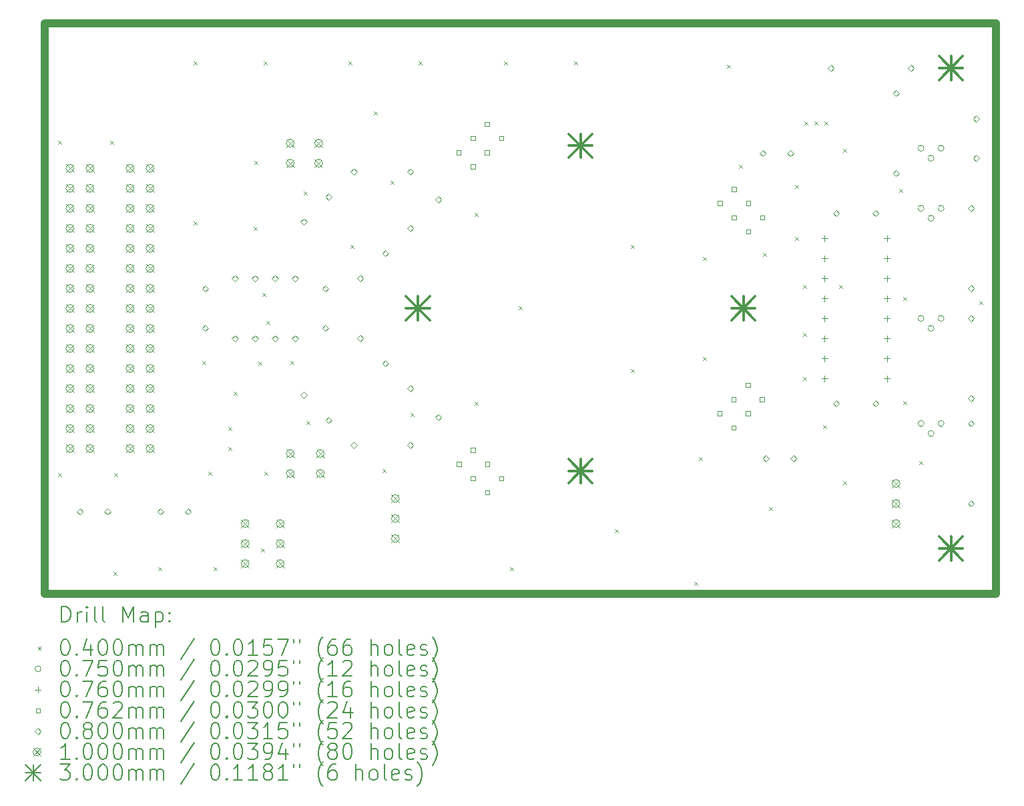
<source format=gbr>
%TF.GenerationSoftware,KiCad,Pcbnew,7.0.6*%
%TF.CreationDate,2023-10-13T18:47:02+03:00*%
%TF.ProjectId,colorimeter-2,636f6c6f-7269-46d6-9574-65722d322e6b,rev?*%
%TF.SameCoordinates,Original*%
%TF.FileFunction,Drillmap*%
%TF.FilePolarity,Positive*%
%FSLAX45Y45*%
G04 Gerber Fmt 4.5, Leading zero omitted, Abs format (unit mm)*
G04 Created by KiCad (PCBNEW 7.0.6) date 2023-10-13 18:47:02*
%MOMM*%
%LPD*%
G01*
G04 APERTURE LIST*
%ADD10C,1.000000*%
%ADD11C,0.200000*%
%ADD12C,0.040000*%
%ADD13C,0.075000*%
%ADD14C,0.076000*%
%ADD15C,0.076200*%
%ADD16C,0.080000*%
%ADD17C,0.100000*%
%ADD18C,0.300000*%
G04 APERTURE END LIST*
D10*
X3111500Y-4636000D02*
X15176000Y-4636000D01*
X15176000Y-11874500D01*
X3111500Y-11874500D01*
X3111500Y-4636000D01*
D11*
D12*
X3282000Y-6126800D02*
X3322000Y-6166800D01*
X3322000Y-6126800D02*
X3282000Y-6166800D01*
X3282000Y-10343200D02*
X3322000Y-10383200D01*
X3322000Y-10343200D02*
X3282000Y-10383200D01*
X3942400Y-6126800D02*
X3982400Y-6166800D01*
X3982400Y-6126800D02*
X3942400Y-6166800D01*
X3980500Y-11600500D02*
X4020500Y-11640500D01*
X4020500Y-11600500D02*
X3980500Y-11640500D01*
X3993200Y-10343200D02*
X4033200Y-10383200D01*
X4033200Y-10343200D02*
X3993200Y-10383200D01*
X4552000Y-11537000D02*
X4592000Y-11577000D01*
X4592000Y-11537000D02*
X4552000Y-11577000D01*
X4996500Y-5123500D02*
X5036500Y-5163500D01*
X5036500Y-5123500D02*
X4996500Y-5163500D01*
X4996500Y-7155500D02*
X5036500Y-7195500D01*
X5036500Y-7155500D02*
X4996500Y-7195500D01*
X5110800Y-8920800D02*
X5150800Y-8960800D01*
X5150800Y-8920800D02*
X5110800Y-8960800D01*
X5187000Y-10330500D02*
X5227000Y-10370500D01*
X5227000Y-10330500D02*
X5187000Y-10370500D01*
X5250500Y-11537000D02*
X5290500Y-11577000D01*
X5290500Y-11537000D02*
X5250500Y-11577000D01*
X5441000Y-9759000D02*
X5481000Y-9799000D01*
X5481000Y-9759000D02*
X5441000Y-9799000D01*
X5441000Y-10013000D02*
X5481000Y-10053000D01*
X5481000Y-10013000D02*
X5441000Y-10053000D01*
X5504500Y-9314500D02*
X5544500Y-9354500D01*
X5544500Y-9314500D02*
X5504500Y-9354500D01*
X5758500Y-7219000D02*
X5798500Y-7259000D01*
X5798500Y-7219000D02*
X5758500Y-7259000D01*
X5771200Y-6380800D02*
X5811200Y-6420800D01*
X5811200Y-6380800D02*
X5771200Y-6420800D01*
X5822000Y-8933500D02*
X5862000Y-8973500D01*
X5862000Y-8933500D02*
X5822000Y-8973500D01*
X5855207Y-11302021D02*
X5895207Y-11342021D01*
X5895207Y-11302021D02*
X5855207Y-11342021D01*
X5872800Y-8057200D02*
X5912800Y-8097200D01*
X5912800Y-8057200D02*
X5872800Y-8097200D01*
X5885500Y-5123500D02*
X5925500Y-5163500D01*
X5925500Y-5123500D02*
X5885500Y-5163500D01*
X5894500Y-10330500D02*
X5934500Y-10370500D01*
X5934500Y-10330500D02*
X5894500Y-10370500D01*
X5923600Y-8412800D02*
X5963600Y-8452800D01*
X5963600Y-8412800D02*
X5923600Y-8452800D01*
X6228400Y-8920800D02*
X6268400Y-8960800D01*
X6268400Y-8920800D02*
X6228400Y-8960800D01*
X6393500Y-6774500D02*
X6433500Y-6814500D01*
X6433500Y-6774500D02*
X6393500Y-6814500D01*
X6431600Y-9682800D02*
X6471600Y-9722800D01*
X6471600Y-9682800D02*
X6431600Y-9722800D01*
X6965000Y-5123500D02*
X7005000Y-5163500D01*
X7005000Y-5123500D02*
X6965000Y-5163500D01*
X6990400Y-7447600D02*
X7030400Y-7487600D01*
X7030400Y-7447600D02*
X6990400Y-7487600D01*
X7282500Y-5758500D02*
X7322500Y-5798500D01*
X7322500Y-5758500D02*
X7282500Y-5798500D01*
X7396800Y-10292400D02*
X7436800Y-10332400D01*
X7436800Y-10292400D02*
X7396800Y-10332400D01*
X7498400Y-6634800D02*
X7538400Y-6674800D01*
X7538400Y-6634800D02*
X7498400Y-6674800D01*
X7752400Y-9581200D02*
X7792400Y-9621200D01*
X7792400Y-9581200D02*
X7752400Y-9621200D01*
X7854000Y-5123500D02*
X7894000Y-5163500D01*
X7894000Y-5123500D02*
X7854000Y-5163500D01*
X8565200Y-7041200D02*
X8605200Y-7081200D01*
X8605200Y-7041200D02*
X8565200Y-7081200D01*
X8565200Y-9441500D02*
X8605200Y-9481500D01*
X8605200Y-9441500D02*
X8565200Y-9481500D01*
X8933500Y-5123500D02*
X8973500Y-5163500D01*
X8973500Y-5123500D02*
X8933500Y-5163500D01*
X9013500Y-11537000D02*
X9053500Y-11577000D01*
X9053500Y-11537000D02*
X9013500Y-11577000D01*
X9124000Y-8229591D02*
X9164000Y-8269591D01*
X9164000Y-8229591D02*
X9124000Y-8269591D01*
X9822500Y-5123500D02*
X9862500Y-5163500D01*
X9862500Y-5123500D02*
X9822500Y-5163500D01*
X10343200Y-11054400D02*
X10383200Y-11094400D01*
X10383200Y-11054400D02*
X10343200Y-11094400D01*
X10546400Y-7447600D02*
X10586400Y-7487600D01*
X10586400Y-7447600D02*
X10546400Y-7487600D01*
X10546400Y-9022400D02*
X10586400Y-9062400D01*
X10586400Y-9022400D02*
X10546400Y-9062400D01*
X11346500Y-11727500D02*
X11386500Y-11767500D01*
X11386500Y-11727500D02*
X11346500Y-11767500D01*
X11410000Y-10140000D02*
X11450000Y-10180000D01*
X11450000Y-10140000D02*
X11410000Y-10180000D01*
X11460800Y-7600000D02*
X11500800Y-7640000D01*
X11500800Y-7600000D02*
X11460800Y-7640000D01*
X11460800Y-8870000D02*
X11500800Y-8910000D01*
X11500800Y-8870000D02*
X11460800Y-8910000D01*
X11765600Y-5161600D02*
X11805600Y-5201600D01*
X11805600Y-5161600D02*
X11765600Y-5201600D01*
X11918000Y-6431600D02*
X11958000Y-6471600D01*
X11958000Y-6431600D02*
X11918000Y-6471600D01*
X12222800Y-7549200D02*
X12262800Y-7589200D01*
X12262800Y-7549200D02*
X12222800Y-7589200D01*
X12299000Y-10775000D02*
X12339000Y-10815000D01*
X12339000Y-10775000D02*
X12299000Y-10815000D01*
X12629200Y-6685600D02*
X12669200Y-6725600D01*
X12669200Y-6685600D02*
X12629200Y-6725600D01*
X12629200Y-7346000D02*
X12669200Y-7386000D01*
X12669200Y-7346000D02*
X12629200Y-7386000D01*
X12730800Y-7955600D02*
X12770800Y-7995600D01*
X12770800Y-7955600D02*
X12730800Y-7995600D01*
X12730800Y-8565200D02*
X12770800Y-8605200D01*
X12770800Y-8565200D02*
X12730800Y-8605200D01*
X12730800Y-9124000D02*
X12770800Y-9164000D01*
X12770800Y-9124000D02*
X12730800Y-9164000D01*
X12743500Y-5885500D02*
X12783500Y-5925500D01*
X12783500Y-5885500D02*
X12743500Y-5925500D01*
X12870500Y-5885500D02*
X12910500Y-5925500D01*
X12910500Y-5885500D02*
X12870500Y-5925500D01*
X12984800Y-9733600D02*
X13024800Y-9773600D01*
X13024800Y-9733600D02*
X12984800Y-9773600D01*
X12997500Y-5885500D02*
X13037500Y-5925500D01*
X13037500Y-5885500D02*
X12997500Y-5925500D01*
X13188000Y-7955600D02*
X13228000Y-7995600D01*
X13228000Y-7955600D02*
X13188000Y-7995600D01*
X13238800Y-6228400D02*
X13278800Y-6268400D01*
X13278800Y-6228400D02*
X13238800Y-6268400D01*
X13238800Y-10444800D02*
X13278800Y-10484800D01*
X13278800Y-10444800D02*
X13238800Y-10484800D01*
X13950000Y-6736400D02*
X13990000Y-6776400D01*
X13990000Y-6736400D02*
X13950000Y-6776400D01*
X14000800Y-8108000D02*
X14040800Y-8148000D01*
X14040800Y-8108000D02*
X14000800Y-8148000D01*
X14000800Y-9428800D02*
X14040800Y-9468800D01*
X14040800Y-9428800D02*
X14000800Y-9468800D01*
X14204000Y-10190800D02*
X14244000Y-10230800D01*
X14244000Y-10190800D02*
X14204000Y-10230800D01*
X14966000Y-8158800D02*
X15006000Y-8198800D01*
X15006000Y-8158800D02*
X14966000Y-8198800D01*
D13*
X14261500Y-6223000D02*
G75*
G03*
X14261500Y-6223000I-37500J0D01*
G01*
X14261500Y-6985000D02*
G75*
G03*
X14261500Y-6985000I-37500J0D01*
G01*
X14261500Y-8382000D02*
G75*
G03*
X14261500Y-8382000I-37500J0D01*
G01*
X14261500Y-9715500D02*
G75*
G03*
X14261500Y-9715500I-37500J0D01*
G01*
X14388500Y-6350000D02*
G75*
G03*
X14388500Y-6350000I-37500J0D01*
G01*
X14388500Y-7112000D02*
G75*
G03*
X14388500Y-7112000I-37500J0D01*
G01*
X14388500Y-8509000D02*
G75*
G03*
X14388500Y-8509000I-37500J0D01*
G01*
X14388500Y-9842500D02*
G75*
G03*
X14388500Y-9842500I-37500J0D01*
G01*
X14515500Y-6223000D02*
G75*
G03*
X14515500Y-6223000I-37500J0D01*
G01*
X14515500Y-6985000D02*
G75*
G03*
X14515500Y-6985000I-37500J0D01*
G01*
X14515500Y-8382000D02*
G75*
G03*
X14515500Y-8382000I-37500J0D01*
G01*
X14515500Y-9715500D02*
G75*
G03*
X14515500Y-9715500I-37500J0D01*
G01*
D14*
X13000168Y-7328000D02*
X13000168Y-7404000D01*
X12962168Y-7366000D02*
X13038168Y-7366000D01*
X13000168Y-7582000D02*
X13000168Y-7658000D01*
X12962168Y-7620000D02*
X13038168Y-7620000D01*
X13000168Y-7836000D02*
X13000168Y-7912000D01*
X12962168Y-7874000D02*
X13038168Y-7874000D01*
X13000168Y-8090000D02*
X13000168Y-8166000D01*
X12962168Y-8128000D02*
X13038168Y-8128000D01*
X13000168Y-8344000D02*
X13000168Y-8420000D01*
X12962168Y-8382000D02*
X13038168Y-8382000D01*
X13000168Y-8598000D02*
X13000168Y-8674000D01*
X12962168Y-8636000D02*
X13038168Y-8636000D01*
X13000168Y-8852000D02*
X13000168Y-8928000D01*
X12962168Y-8890000D02*
X13038168Y-8890000D01*
X13000168Y-9106000D02*
X13000168Y-9182000D01*
X12962168Y-9144000D02*
X13038168Y-9144000D01*
X13794168Y-7328000D02*
X13794168Y-7404000D01*
X13756168Y-7366000D02*
X13832168Y-7366000D01*
X13794168Y-7582000D02*
X13794168Y-7658000D01*
X13756168Y-7620000D02*
X13832168Y-7620000D01*
X13794168Y-7836000D02*
X13794168Y-7912000D01*
X13756168Y-7874000D02*
X13832168Y-7874000D01*
X13794168Y-8090000D02*
X13794168Y-8166000D01*
X13756168Y-8128000D02*
X13832168Y-8128000D01*
X13794168Y-8344000D02*
X13794168Y-8420000D01*
X13756168Y-8382000D02*
X13832168Y-8382000D01*
X13794168Y-8598000D02*
X13794168Y-8674000D01*
X13756168Y-8636000D02*
X13832168Y-8636000D01*
X13794168Y-8852000D02*
X13794168Y-8928000D01*
X13756168Y-8890000D02*
X13832168Y-8890000D01*
X13794168Y-9106000D02*
X13794168Y-9182000D01*
X13756168Y-9144000D02*
X13832168Y-9144000D01*
D15*
X8387084Y-6302546D02*
X8387084Y-6248664D01*
X8333202Y-6248664D01*
X8333202Y-6302546D01*
X8387084Y-6302546D01*
X8389131Y-10258739D02*
X8389131Y-10204857D01*
X8335248Y-10204857D01*
X8335248Y-10258739D01*
X8389131Y-10258739D01*
X8566689Y-6122941D02*
X8566689Y-6069059D01*
X8512807Y-6069059D01*
X8512807Y-6122941D01*
X8566689Y-6122941D01*
X8566689Y-6482151D02*
X8566689Y-6428269D01*
X8512807Y-6428269D01*
X8512807Y-6482151D01*
X8566689Y-6482151D01*
X8568736Y-10079134D02*
X8568736Y-10025252D01*
X8514854Y-10025252D01*
X8514854Y-10079134D01*
X8568736Y-10079134D01*
X8568736Y-10438344D02*
X8568736Y-10384462D01*
X8514854Y-10384462D01*
X8514854Y-10438344D01*
X8568736Y-10438344D01*
X8746294Y-5943336D02*
X8746294Y-5889454D01*
X8692412Y-5889454D01*
X8692412Y-5943336D01*
X8746294Y-5943336D01*
X8746294Y-6302546D02*
X8746294Y-6248664D01*
X8692412Y-6248664D01*
X8692412Y-6302546D01*
X8746294Y-6302546D01*
X8748341Y-10258739D02*
X8748341Y-10204857D01*
X8694459Y-10204857D01*
X8694459Y-10258739D01*
X8748341Y-10258739D01*
X8748341Y-10617949D02*
X8748341Y-10564067D01*
X8694459Y-10564067D01*
X8694459Y-10617949D01*
X8748341Y-10617949D01*
X8925899Y-6122941D02*
X8925899Y-6069059D01*
X8872017Y-6069059D01*
X8872017Y-6122941D01*
X8925899Y-6122941D01*
X8927946Y-10438344D02*
X8927946Y-10384462D01*
X8874064Y-10384462D01*
X8874064Y-10438344D01*
X8927946Y-10438344D01*
X11696338Y-9615097D02*
X11696338Y-9561215D01*
X11642456Y-9561215D01*
X11642456Y-9615097D01*
X11696338Y-9615097D01*
X11699979Y-6948441D02*
X11699979Y-6894559D01*
X11646097Y-6894559D01*
X11646097Y-6948441D01*
X11699979Y-6948441D01*
X11875943Y-9435492D02*
X11875943Y-9381610D01*
X11822061Y-9381610D01*
X11822061Y-9435492D01*
X11875943Y-9435492D01*
X11875943Y-9794703D02*
X11875943Y-9740821D01*
X11822061Y-9740821D01*
X11822061Y-9794703D01*
X11875943Y-9794703D01*
X11879584Y-6768836D02*
X11879584Y-6714954D01*
X11825702Y-6714954D01*
X11825702Y-6768836D01*
X11879584Y-6768836D01*
X11879584Y-7128046D02*
X11879584Y-7074164D01*
X11825702Y-7074164D01*
X11825702Y-7128046D01*
X11879584Y-7128046D01*
X12055548Y-9255887D02*
X12055548Y-9202005D01*
X12001666Y-9202005D01*
X12001666Y-9255887D01*
X12055548Y-9255887D01*
X12055548Y-9615097D02*
X12055548Y-9561215D01*
X12001666Y-9561215D01*
X12001666Y-9615097D01*
X12055548Y-9615097D01*
X12059189Y-6948441D02*
X12059189Y-6894559D01*
X12005307Y-6894559D01*
X12005307Y-6948441D01*
X12059189Y-6948441D01*
X12059189Y-7307651D02*
X12059189Y-7253769D01*
X12005307Y-7253769D01*
X12005307Y-7307651D01*
X12059189Y-7307651D01*
X12235153Y-9435492D02*
X12235153Y-9381610D01*
X12181271Y-9381610D01*
X12181271Y-9435492D01*
X12235153Y-9435492D01*
X12238794Y-7128046D02*
X12238794Y-7074164D01*
X12184912Y-7074164D01*
X12184912Y-7128046D01*
X12238794Y-7128046D01*
D16*
X3554932Y-10872197D02*
X3594932Y-10832197D01*
X3554932Y-10792197D01*
X3514932Y-10832197D01*
X3554932Y-10872197D01*
X3904932Y-10872197D02*
X3944932Y-10832197D01*
X3904932Y-10792197D01*
X3864932Y-10832197D01*
X3904932Y-10872197D01*
X4576697Y-10872197D02*
X4616697Y-10832197D01*
X4576697Y-10792197D01*
X4536697Y-10832197D01*
X4576697Y-10872197D01*
X4926697Y-10872197D02*
X4966697Y-10832197D01*
X4926697Y-10792197D01*
X4886697Y-10832197D01*
X4926697Y-10872197D01*
X5143500Y-8045000D02*
X5183500Y-8005000D01*
X5143500Y-7965000D01*
X5103500Y-8005000D01*
X5143500Y-8045000D01*
X5143500Y-8545000D02*
X5183500Y-8505000D01*
X5143500Y-8465000D01*
X5103500Y-8505000D01*
X5143500Y-8545000D01*
X5523500Y-7915000D02*
X5563500Y-7875000D01*
X5523500Y-7835000D01*
X5483500Y-7875000D01*
X5523500Y-7915000D01*
X5523500Y-8677000D02*
X5563500Y-8637000D01*
X5523500Y-8597000D01*
X5483500Y-8637000D01*
X5523500Y-8677000D01*
X5777500Y-7915000D02*
X5817500Y-7875000D01*
X5777500Y-7835000D01*
X5737500Y-7875000D01*
X5777500Y-7915000D01*
X5777500Y-8677000D02*
X5817500Y-8637000D01*
X5777500Y-8597000D01*
X5737500Y-8637000D01*
X5777500Y-8677000D01*
X6031500Y-7915000D02*
X6071500Y-7875000D01*
X6031500Y-7835000D01*
X5991500Y-7875000D01*
X6031500Y-7915000D01*
X6031500Y-8677000D02*
X6071500Y-8637000D01*
X6031500Y-8597000D01*
X5991500Y-8637000D01*
X6031500Y-8677000D01*
X6285500Y-7915000D02*
X6325500Y-7875000D01*
X6285500Y-7835000D01*
X6245500Y-7875000D01*
X6285500Y-7915000D01*
X6285500Y-8677000D02*
X6325500Y-8637000D01*
X6285500Y-8597000D01*
X6245500Y-8637000D01*
X6285500Y-8677000D01*
X6393579Y-7195579D02*
X6433579Y-7155579D01*
X6393579Y-7115579D01*
X6353579Y-7155579D01*
X6393579Y-7195579D01*
X6393579Y-9394421D02*
X6433579Y-9354421D01*
X6393579Y-9314421D01*
X6353579Y-9354421D01*
X6393579Y-9394421D01*
X6667500Y-8045000D02*
X6707500Y-8005000D01*
X6667500Y-7965000D01*
X6627500Y-8005000D01*
X6667500Y-8045000D01*
X6667500Y-8545000D02*
X6707500Y-8505000D01*
X6667500Y-8465000D01*
X6627500Y-8505000D01*
X6667500Y-8545000D01*
X6711079Y-6878079D02*
X6751079Y-6838079D01*
X6711079Y-6798079D01*
X6671079Y-6838079D01*
X6711079Y-6878079D01*
X6711079Y-9711921D02*
X6751079Y-9671921D01*
X6711079Y-9631921D01*
X6671079Y-9671921D01*
X6711079Y-9711921D01*
X7028579Y-6560579D02*
X7068579Y-6520579D01*
X7028579Y-6480579D01*
X6988579Y-6520579D01*
X7028579Y-6560579D01*
X7028579Y-10029421D02*
X7068579Y-9989421D01*
X7028579Y-9949421D01*
X6988579Y-9989421D01*
X7028579Y-10029421D01*
X7112000Y-7914000D02*
X7152000Y-7874000D01*
X7112000Y-7834000D01*
X7072000Y-7874000D01*
X7112000Y-7914000D01*
X7112000Y-8676000D02*
X7152000Y-8636000D01*
X7112000Y-8596000D01*
X7072000Y-8636000D01*
X7112000Y-8676000D01*
X7429500Y-7596500D02*
X7469500Y-7556500D01*
X7429500Y-7516500D01*
X7389500Y-7556500D01*
X7429500Y-7596500D01*
X7429500Y-8993500D02*
X7469500Y-8953500D01*
X7429500Y-8913500D01*
X7389500Y-8953500D01*
X7429500Y-8993500D01*
X7747000Y-6560579D02*
X7787000Y-6520579D01*
X7747000Y-6480579D01*
X7707000Y-6520579D01*
X7747000Y-6560579D01*
X7747000Y-7279000D02*
X7787000Y-7239000D01*
X7747000Y-7199000D01*
X7707000Y-7239000D01*
X7747000Y-7279000D01*
X7747000Y-9311000D02*
X7787000Y-9271000D01*
X7747000Y-9231000D01*
X7707000Y-9271000D01*
X7747000Y-9311000D01*
X7747000Y-10029421D02*
X7787000Y-9989421D01*
X7747000Y-9949421D01*
X7707000Y-9989421D01*
X7747000Y-10029421D01*
X8100553Y-6914133D02*
X8140553Y-6874133D01*
X8100553Y-6834133D01*
X8060553Y-6874133D01*
X8100553Y-6914133D01*
X8100553Y-9675867D02*
X8140553Y-9635867D01*
X8100553Y-9595867D01*
X8060553Y-9635867D01*
X8100553Y-9675867D01*
X12217235Y-6326500D02*
X12257235Y-6286500D01*
X12217235Y-6246500D01*
X12177235Y-6286500D01*
X12217235Y-6326500D01*
X12255500Y-10200000D02*
X12295500Y-10160000D01*
X12255500Y-10120000D01*
X12215500Y-10160000D01*
X12255500Y-10200000D01*
X12567235Y-6326500D02*
X12607235Y-6286500D01*
X12567235Y-6246500D01*
X12527235Y-6286500D01*
X12567235Y-6326500D01*
X12605500Y-10200000D02*
X12645500Y-10160000D01*
X12605500Y-10120000D01*
X12565500Y-10160000D01*
X12605500Y-10200000D01*
X13081000Y-5247000D02*
X13121000Y-5207000D01*
X13081000Y-5167000D01*
X13041000Y-5207000D01*
X13081000Y-5247000D01*
X13147168Y-7088500D02*
X13187168Y-7048500D01*
X13147168Y-7008500D01*
X13107168Y-7048500D01*
X13147168Y-7088500D01*
X13147168Y-9501500D02*
X13187168Y-9461500D01*
X13147168Y-9421500D01*
X13107168Y-9461500D01*
X13147168Y-9501500D01*
X13647168Y-7088500D02*
X13687168Y-7048500D01*
X13647168Y-7008500D01*
X13607168Y-7048500D01*
X13647168Y-7088500D01*
X13647168Y-9501500D02*
X13687168Y-9461500D01*
X13647168Y-9421500D01*
X13607168Y-9461500D01*
X13647168Y-9501500D01*
X13906500Y-5564500D02*
X13946500Y-5524500D01*
X13906500Y-5484500D01*
X13866500Y-5524500D01*
X13906500Y-5564500D01*
X13906500Y-6580500D02*
X13946500Y-6540500D01*
X13906500Y-6500500D01*
X13866500Y-6540500D01*
X13906500Y-6580500D01*
X14097000Y-5247000D02*
X14137000Y-5207000D01*
X14097000Y-5167000D01*
X14057000Y-5207000D01*
X14097000Y-5247000D01*
X14859000Y-7025000D02*
X14899000Y-6985000D01*
X14859000Y-6945000D01*
X14819000Y-6985000D01*
X14859000Y-7025000D01*
X14859000Y-8041000D02*
X14899000Y-8001000D01*
X14859000Y-7961000D01*
X14819000Y-8001000D01*
X14859000Y-8041000D01*
X14859000Y-8422000D02*
X14899000Y-8382000D01*
X14859000Y-8342000D01*
X14819000Y-8382000D01*
X14859000Y-8422000D01*
X14859000Y-9438000D02*
X14899000Y-9398000D01*
X14859000Y-9358000D01*
X14819000Y-9398000D01*
X14859000Y-9438000D01*
X14859000Y-9755500D02*
X14899000Y-9715500D01*
X14859000Y-9675500D01*
X14819000Y-9715500D01*
X14859000Y-9755500D01*
X14859000Y-10771500D02*
X14899000Y-10731500D01*
X14859000Y-10691500D01*
X14819000Y-10731500D01*
X14859000Y-10771500D01*
X14922500Y-5890000D02*
X14962500Y-5850000D01*
X14922500Y-5810000D01*
X14882500Y-5850000D01*
X14922500Y-5890000D01*
X14922500Y-6390000D02*
X14962500Y-6350000D01*
X14922500Y-6310000D01*
X14882500Y-6350000D01*
X14922500Y-6390000D01*
D17*
X3378500Y-6427500D02*
X3478500Y-6527500D01*
X3478500Y-6427500D02*
X3378500Y-6527500D01*
X3478500Y-6477500D02*
G75*
G03*
X3478500Y-6477500I-50000J0D01*
G01*
X3378500Y-6681500D02*
X3478500Y-6781500D01*
X3478500Y-6681500D02*
X3378500Y-6781500D01*
X3478500Y-6731500D02*
G75*
G03*
X3478500Y-6731500I-50000J0D01*
G01*
X3378500Y-6935500D02*
X3478500Y-7035500D01*
X3478500Y-6935500D02*
X3378500Y-7035500D01*
X3478500Y-6985500D02*
G75*
G03*
X3478500Y-6985500I-50000J0D01*
G01*
X3378500Y-7189500D02*
X3478500Y-7289500D01*
X3478500Y-7189500D02*
X3378500Y-7289500D01*
X3478500Y-7239500D02*
G75*
G03*
X3478500Y-7239500I-50000J0D01*
G01*
X3378500Y-7443500D02*
X3478500Y-7543500D01*
X3478500Y-7443500D02*
X3378500Y-7543500D01*
X3478500Y-7493500D02*
G75*
G03*
X3478500Y-7493500I-50000J0D01*
G01*
X3378500Y-7697500D02*
X3478500Y-7797500D01*
X3478500Y-7697500D02*
X3378500Y-7797500D01*
X3478500Y-7747500D02*
G75*
G03*
X3478500Y-7747500I-50000J0D01*
G01*
X3378500Y-7951500D02*
X3478500Y-8051500D01*
X3478500Y-7951500D02*
X3378500Y-8051500D01*
X3478500Y-8001500D02*
G75*
G03*
X3478500Y-8001500I-50000J0D01*
G01*
X3378500Y-8205500D02*
X3478500Y-8305500D01*
X3478500Y-8205500D02*
X3378500Y-8305500D01*
X3478500Y-8255500D02*
G75*
G03*
X3478500Y-8255500I-50000J0D01*
G01*
X3378500Y-8459500D02*
X3478500Y-8559500D01*
X3478500Y-8459500D02*
X3378500Y-8559500D01*
X3478500Y-8509500D02*
G75*
G03*
X3478500Y-8509500I-50000J0D01*
G01*
X3378500Y-8713500D02*
X3478500Y-8813500D01*
X3478500Y-8713500D02*
X3378500Y-8813500D01*
X3478500Y-8763500D02*
G75*
G03*
X3478500Y-8763500I-50000J0D01*
G01*
X3378500Y-8967500D02*
X3478500Y-9067500D01*
X3478500Y-8967500D02*
X3378500Y-9067500D01*
X3478500Y-9017500D02*
G75*
G03*
X3478500Y-9017500I-50000J0D01*
G01*
X3378500Y-9221500D02*
X3478500Y-9321500D01*
X3478500Y-9221500D02*
X3378500Y-9321500D01*
X3478500Y-9271500D02*
G75*
G03*
X3478500Y-9271500I-50000J0D01*
G01*
X3378500Y-9475500D02*
X3478500Y-9575500D01*
X3478500Y-9475500D02*
X3378500Y-9575500D01*
X3478500Y-9525500D02*
G75*
G03*
X3478500Y-9525500I-50000J0D01*
G01*
X3378500Y-9729500D02*
X3478500Y-9829500D01*
X3478500Y-9729500D02*
X3378500Y-9829500D01*
X3478500Y-9779500D02*
G75*
G03*
X3478500Y-9779500I-50000J0D01*
G01*
X3378500Y-9983500D02*
X3478500Y-10083500D01*
X3478500Y-9983500D02*
X3378500Y-10083500D01*
X3478500Y-10033500D02*
G75*
G03*
X3478500Y-10033500I-50000J0D01*
G01*
X3632500Y-6427500D02*
X3732500Y-6527500D01*
X3732500Y-6427500D02*
X3632500Y-6527500D01*
X3732500Y-6477500D02*
G75*
G03*
X3732500Y-6477500I-50000J0D01*
G01*
X3632500Y-6681500D02*
X3732500Y-6781500D01*
X3732500Y-6681500D02*
X3632500Y-6781500D01*
X3732500Y-6731500D02*
G75*
G03*
X3732500Y-6731500I-50000J0D01*
G01*
X3632500Y-6935500D02*
X3732500Y-7035500D01*
X3732500Y-6935500D02*
X3632500Y-7035500D01*
X3732500Y-6985500D02*
G75*
G03*
X3732500Y-6985500I-50000J0D01*
G01*
X3632500Y-7189500D02*
X3732500Y-7289500D01*
X3732500Y-7189500D02*
X3632500Y-7289500D01*
X3732500Y-7239500D02*
G75*
G03*
X3732500Y-7239500I-50000J0D01*
G01*
X3632500Y-7443500D02*
X3732500Y-7543500D01*
X3732500Y-7443500D02*
X3632500Y-7543500D01*
X3732500Y-7493500D02*
G75*
G03*
X3732500Y-7493500I-50000J0D01*
G01*
X3632500Y-7697500D02*
X3732500Y-7797500D01*
X3732500Y-7697500D02*
X3632500Y-7797500D01*
X3732500Y-7747500D02*
G75*
G03*
X3732500Y-7747500I-50000J0D01*
G01*
X3632500Y-7951500D02*
X3732500Y-8051500D01*
X3732500Y-7951500D02*
X3632500Y-8051500D01*
X3732500Y-8001500D02*
G75*
G03*
X3732500Y-8001500I-50000J0D01*
G01*
X3632500Y-8205500D02*
X3732500Y-8305500D01*
X3732500Y-8205500D02*
X3632500Y-8305500D01*
X3732500Y-8255500D02*
G75*
G03*
X3732500Y-8255500I-50000J0D01*
G01*
X3632500Y-8459500D02*
X3732500Y-8559500D01*
X3732500Y-8459500D02*
X3632500Y-8559500D01*
X3732500Y-8509500D02*
G75*
G03*
X3732500Y-8509500I-50000J0D01*
G01*
X3632500Y-8713500D02*
X3732500Y-8813500D01*
X3732500Y-8713500D02*
X3632500Y-8813500D01*
X3732500Y-8763500D02*
G75*
G03*
X3732500Y-8763500I-50000J0D01*
G01*
X3632500Y-8967500D02*
X3732500Y-9067500D01*
X3732500Y-8967500D02*
X3632500Y-9067500D01*
X3732500Y-9017500D02*
G75*
G03*
X3732500Y-9017500I-50000J0D01*
G01*
X3632500Y-9221500D02*
X3732500Y-9321500D01*
X3732500Y-9221500D02*
X3632500Y-9321500D01*
X3732500Y-9271500D02*
G75*
G03*
X3732500Y-9271500I-50000J0D01*
G01*
X3632500Y-9475500D02*
X3732500Y-9575500D01*
X3732500Y-9475500D02*
X3632500Y-9575500D01*
X3732500Y-9525500D02*
G75*
G03*
X3732500Y-9525500I-50000J0D01*
G01*
X3632500Y-9729500D02*
X3732500Y-9829500D01*
X3732500Y-9729500D02*
X3632500Y-9829500D01*
X3732500Y-9779500D02*
G75*
G03*
X3732500Y-9779500I-50000J0D01*
G01*
X3632500Y-9983500D02*
X3732500Y-10083500D01*
X3732500Y-9983500D02*
X3632500Y-10083500D01*
X3732500Y-10033500D02*
G75*
G03*
X3732500Y-10033500I-50000J0D01*
G01*
X4140500Y-6427500D02*
X4240500Y-6527500D01*
X4240500Y-6427500D02*
X4140500Y-6527500D01*
X4240500Y-6477500D02*
G75*
G03*
X4240500Y-6477500I-50000J0D01*
G01*
X4140500Y-6681500D02*
X4240500Y-6781500D01*
X4240500Y-6681500D02*
X4140500Y-6781500D01*
X4240500Y-6731500D02*
G75*
G03*
X4240500Y-6731500I-50000J0D01*
G01*
X4140500Y-6935500D02*
X4240500Y-7035500D01*
X4240500Y-6935500D02*
X4140500Y-7035500D01*
X4240500Y-6985500D02*
G75*
G03*
X4240500Y-6985500I-50000J0D01*
G01*
X4140500Y-7189500D02*
X4240500Y-7289500D01*
X4240500Y-7189500D02*
X4140500Y-7289500D01*
X4240500Y-7239500D02*
G75*
G03*
X4240500Y-7239500I-50000J0D01*
G01*
X4140500Y-7443500D02*
X4240500Y-7543500D01*
X4240500Y-7443500D02*
X4140500Y-7543500D01*
X4240500Y-7493500D02*
G75*
G03*
X4240500Y-7493500I-50000J0D01*
G01*
X4140500Y-7697500D02*
X4240500Y-7797500D01*
X4240500Y-7697500D02*
X4140500Y-7797500D01*
X4240500Y-7747500D02*
G75*
G03*
X4240500Y-7747500I-50000J0D01*
G01*
X4140500Y-7951500D02*
X4240500Y-8051500D01*
X4240500Y-7951500D02*
X4140500Y-8051500D01*
X4240500Y-8001500D02*
G75*
G03*
X4240500Y-8001500I-50000J0D01*
G01*
X4140500Y-8205500D02*
X4240500Y-8305500D01*
X4240500Y-8205500D02*
X4140500Y-8305500D01*
X4240500Y-8255500D02*
G75*
G03*
X4240500Y-8255500I-50000J0D01*
G01*
X4140500Y-8459500D02*
X4240500Y-8559500D01*
X4240500Y-8459500D02*
X4140500Y-8559500D01*
X4240500Y-8509500D02*
G75*
G03*
X4240500Y-8509500I-50000J0D01*
G01*
X4140500Y-8713500D02*
X4240500Y-8813500D01*
X4240500Y-8713500D02*
X4140500Y-8813500D01*
X4240500Y-8763500D02*
G75*
G03*
X4240500Y-8763500I-50000J0D01*
G01*
X4140500Y-8967500D02*
X4240500Y-9067500D01*
X4240500Y-8967500D02*
X4140500Y-9067500D01*
X4240500Y-9017500D02*
G75*
G03*
X4240500Y-9017500I-50000J0D01*
G01*
X4140500Y-9221500D02*
X4240500Y-9321500D01*
X4240500Y-9221500D02*
X4140500Y-9321500D01*
X4240500Y-9271500D02*
G75*
G03*
X4240500Y-9271500I-50000J0D01*
G01*
X4140500Y-9475500D02*
X4240500Y-9575500D01*
X4240500Y-9475500D02*
X4140500Y-9575500D01*
X4240500Y-9525500D02*
G75*
G03*
X4240500Y-9525500I-50000J0D01*
G01*
X4140500Y-9729500D02*
X4240500Y-9829500D01*
X4240500Y-9729500D02*
X4140500Y-9829500D01*
X4240500Y-9779500D02*
G75*
G03*
X4240500Y-9779500I-50000J0D01*
G01*
X4140500Y-9983500D02*
X4240500Y-10083500D01*
X4240500Y-9983500D02*
X4140500Y-10083500D01*
X4240500Y-10033500D02*
G75*
G03*
X4240500Y-10033500I-50000J0D01*
G01*
X4394500Y-6427500D02*
X4494500Y-6527500D01*
X4494500Y-6427500D02*
X4394500Y-6527500D01*
X4494500Y-6477500D02*
G75*
G03*
X4494500Y-6477500I-50000J0D01*
G01*
X4394500Y-6681500D02*
X4494500Y-6781500D01*
X4494500Y-6681500D02*
X4394500Y-6781500D01*
X4494500Y-6731500D02*
G75*
G03*
X4494500Y-6731500I-50000J0D01*
G01*
X4394500Y-6935500D02*
X4494500Y-7035500D01*
X4494500Y-6935500D02*
X4394500Y-7035500D01*
X4494500Y-6985500D02*
G75*
G03*
X4494500Y-6985500I-50000J0D01*
G01*
X4394500Y-7189500D02*
X4494500Y-7289500D01*
X4494500Y-7189500D02*
X4394500Y-7289500D01*
X4494500Y-7239500D02*
G75*
G03*
X4494500Y-7239500I-50000J0D01*
G01*
X4394500Y-7443500D02*
X4494500Y-7543500D01*
X4494500Y-7443500D02*
X4394500Y-7543500D01*
X4494500Y-7493500D02*
G75*
G03*
X4494500Y-7493500I-50000J0D01*
G01*
X4394500Y-7697500D02*
X4494500Y-7797500D01*
X4494500Y-7697500D02*
X4394500Y-7797500D01*
X4494500Y-7747500D02*
G75*
G03*
X4494500Y-7747500I-50000J0D01*
G01*
X4394500Y-7951500D02*
X4494500Y-8051500D01*
X4494500Y-7951500D02*
X4394500Y-8051500D01*
X4494500Y-8001500D02*
G75*
G03*
X4494500Y-8001500I-50000J0D01*
G01*
X4394500Y-8205500D02*
X4494500Y-8305500D01*
X4494500Y-8205500D02*
X4394500Y-8305500D01*
X4494500Y-8255500D02*
G75*
G03*
X4494500Y-8255500I-50000J0D01*
G01*
X4394500Y-8459500D02*
X4494500Y-8559500D01*
X4494500Y-8459500D02*
X4394500Y-8559500D01*
X4494500Y-8509500D02*
G75*
G03*
X4494500Y-8509500I-50000J0D01*
G01*
X4394500Y-8713500D02*
X4494500Y-8813500D01*
X4494500Y-8713500D02*
X4394500Y-8813500D01*
X4494500Y-8763500D02*
G75*
G03*
X4494500Y-8763500I-50000J0D01*
G01*
X4394500Y-8967500D02*
X4494500Y-9067500D01*
X4494500Y-8967500D02*
X4394500Y-9067500D01*
X4494500Y-9017500D02*
G75*
G03*
X4494500Y-9017500I-50000J0D01*
G01*
X4394500Y-9221500D02*
X4494500Y-9321500D01*
X4494500Y-9221500D02*
X4394500Y-9321500D01*
X4494500Y-9271500D02*
G75*
G03*
X4494500Y-9271500I-50000J0D01*
G01*
X4394500Y-9475500D02*
X4494500Y-9575500D01*
X4494500Y-9475500D02*
X4394500Y-9575500D01*
X4494500Y-9525500D02*
G75*
G03*
X4494500Y-9525500I-50000J0D01*
G01*
X4394500Y-9729500D02*
X4494500Y-9829500D01*
X4494500Y-9729500D02*
X4394500Y-9829500D01*
X4494500Y-9779500D02*
G75*
G03*
X4494500Y-9779500I-50000J0D01*
G01*
X4394500Y-9983500D02*
X4494500Y-10083500D01*
X4494500Y-9983500D02*
X4394500Y-10083500D01*
X4494500Y-10033500D02*
G75*
G03*
X4494500Y-10033500I-50000J0D01*
G01*
X5601500Y-10935500D02*
X5701500Y-11035500D01*
X5701500Y-10935500D02*
X5601500Y-11035500D01*
X5701500Y-10985500D02*
G75*
G03*
X5701500Y-10985500I-50000J0D01*
G01*
X5601500Y-11189500D02*
X5701500Y-11289500D01*
X5701500Y-11189500D02*
X5601500Y-11289500D01*
X5701500Y-11239500D02*
G75*
G03*
X5701500Y-11239500I-50000J0D01*
G01*
X5601500Y-11443500D02*
X5701500Y-11543500D01*
X5701500Y-11443500D02*
X5601500Y-11543500D01*
X5701500Y-11493500D02*
G75*
G03*
X5701500Y-11493500I-50000J0D01*
G01*
X6046000Y-10935500D02*
X6146000Y-11035500D01*
X6146000Y-10935500D02*
X6046000Y-11035500D01*
X6146000Y-10985500D02*
G75*
G03*
X6146000Y-10985500I-50000J0D01*
G01*
X6046000Y-11189500D02*
X6146000Y-11289500D01*
X6146000Y-11189500D02*
X6046000Y-11289500D01*
X6146000Y-11239500D02*
G75*
G03*
X6146000Y-11239500I-50000J0D01*
G01*
X6046000Y-11443500D02*
X6146000Y-11543500D01*
X6146000Y-11443500D02*
X6046000Y-11543500D01*
X6146000Y-11493500D02*
G75*
G03*
X6146000Y-11493500I-50000J0D01*
G01*
X6173000Y-6109500D02*
X6273000Y-6209500D01*
X6273000Y-6109500D02*
X6173000Y-6209500D01*
X6273000Y-6159500D02*
G75*
G03*
X6273000Y-6159500I-50000J0D01*
G01*
X6173000Y-6363500D02*
X6273000Y-6463500D01*
X6273000Y-6363500D02*
X6173000Y-6463500D01*
X6273000Y-6413500D02*
G75*
G03*
X6273000Y-6413500I-50000J0D01*
G01*
X6173000Y-10046500D02*
X6273000Y-10146500D01*
X6273000Y-10046500D02*
X6173000Y-10146500D01*
X6273000Y-10096500D02*
G75*
G03*
X6273000Y-10096500I-50000J0D01*
G01*
X6173000Y-10300500D02*
X6273000Y-10400500D01*
X6273000Y-10300500D02*
X6173000Y-10400500D01*
X6273000Y-10350500D02*
G75*
G03*
X6273000Y-10350500I-50000J0D01*
G01*
X6534079Y-6109500D02*
X6634079Y-6209500D01*
X6634079Y-6109500D02*
X6534079Y-6209500D01*
X6634079Y-6159500D02*
G75*
G03*
X6634079Y-6159500I-50000J0D01*
G01*
X6534079Y-6363500D02*
X6634079Y-6463500D01*
X6634079Y-6363500D02*
X6534079Y-6463500D01*
X6634079Y-6413500D02*
G75*
G03*
X6634079Y-6413500I-50000J0D01*
G01*
X6554000Y-10046500D02*
X6654000Y-10146500D01*
X6654000Y-10046500D02*
X6554000Y-10146500D01*
X6654000Y-10096500D02*
G75*
G03*
X6654000Y-10096500I-50000J0D01*
G01*
X6554000Y-10300500D02*
X6654000Y-10400500D01*
X6654000Y-10300500D02*
X6554000Y-10400500D01*
X6654000Y-10350500D02*
G75*
G03*
X6654000Y-10350500I-50000J0D01*
G01*
X7506500Y-10618000D02*
X7606500Y-10718000D01*
X7606500Y-10618000D02*
X7506500Y-10718000D01*
X7606500Y-10668000D02*
G75*
G03*
X7606500Y-10668000I-50000J0D01*
G01*
X7506500Y-10872000D02*
X7606500Y-10972000D01*
X7606500Y-10872000D02*
X7506500Y-10972000D01*
X7606500Y-10922000D02*
G75*
G03*
X7606500Y-10922000I-50000J0D01*
G01*
X7506500Y-11126000D02*
X7606500Y-11226000D01*
X7606500Y-11126000D02*
X7506500Y-11226000D01*
X7606500Y-11176000D02*
G75*
G03*
X7606500Y-11176000I-50000J0D01*
G01*
X13856500Y-10427500D02*
X13956500Y-10527500D01*
X13956500Y-10427500D02*
X13856500Y-10527500D01*
X13956500Y-10477500D02*
G75*
G03*
X13956500Y-10477500I-50000J0D01*
G01*
X13856500Y-10681500D02*
X13956500Y-10781500D01*
X13956500Y-10681500D02*
X13856500Y-10781500D01*
X13956500Y-10731500D02*
G75*
G03*
X13956500Y-10731500I-50000J0D01*
G01*
X13856500Y-10935500D02*
X13956500Y-11035500D01*
X13956500Y-10935500D02*
X13856500Y-11035500D01*
X13956500Y-10985500D02*
G75*
G03*
X13956500Y-10985500I-50000J0D01*
G01*
D18*
X7691248Y-8105000D02*
X7991248Y-8405000D01*
X7991248Y-8105000D02*
X7691248Y-8405000D01*
X7841248Y-8105000D02*
X7841248Y-8405000D01*
X7691248Y-8255000D02*
X7991248Y-8255000D01*
X9756000Y-6040248D02*
X10056000Y-6340248D01*
X10056000Y-6040248D02*
X9756000Y-6340248D01*
X9906000Y-6040248D02*
X9906000Y-6340248D01*
X9756000Y-6190248D02*
X10056000Y-6190248D01*
X9756000Y-10169752D02*
X10056000Y-10469752D01*
X10056000Y-10169752D02*
X9756000Y-10469752D01*
X9906000Y-10169752D02*
X9906000Y-10469752D01*
X9756000Y-10319752D02*
X10056000Y-10319752D01*
X11820752Y-8105000D02*
X12120752Y-8405000D01*
X12120752Y-8105000D02*
X11820752Y-8405000D01*
X11970752Y-8105000D02*
X11970752Y-8405000D01*
X11820752Y-8255000D02*
X12120752Y-8255000D01*
X14455000Y-5057000D02*
X14755000Y-5357000D01*
X14755000Y-5057000D02*
X14455000Y-5357000D01*
X14605000Y-5057000D02*
X14605000Y-5357000D01*
X14455000Y-5207000D02*
X14755000Y-5207000D01*
X14455000Y-11153000D02*
X14755000Y-11453000D01*
X14755000Y-11153000D02*
X14455000Y-11453000D01*
X14605000Y-11153000D02*
X14605000Y-11453000D01*
X14455000Y-11303000D02*
X14755000Y-11303000D01*
D11*
X3322277Y-12235984D02*
X3322277Y-12035984D01*
X3322277Y-12035984D02*
X3369896Y-12035984D01*
X3369896Y-12035984D02*
X3398467Y-12045508D01*
X3398467Y-12045508D02*
X3417515Y-12064555D01*
X3417515Y-12064555D02*
X3427039Y-12083603D01*
X3427039Y-12083603D02*
X3436562Y-12121698D01*
X3436562Y-12121698D02*
X3436562Y-12150269D01*
X3436562Y-12150269D02*
X3427039Y-12188365D01*
X3427039Y-12188365D02*
X3417515Y-12207412D01*
X3417515Y-12207412D02*
X3398467Y-12226460D01*
X3398467Y-12226460D02*
X3369896Y-12235984D01*
X3369896Y-12235984D02*
X3322277Y-12235984D01*
X3522277Y-12235984D02*
X3522277Y-12102650D01*
X3522277Y-12140746D02*
X3531801Y-12121698D01*
X3531801Y-12121698D02*
X3541324Y-12112174D01*
X3541324Y-12112174D02*
X3560372Y-12102650D01*
X3560372Y-12102650D02*
X3579420Y-12102650D01*
X3646086Y-12235984D02*
X3646086Y-12102650D01*
X3646086Y-12035984D02*
X3636562Y-12045508D01*
X3636562Y-12045508D02*
X3646086Y-12055031D01*
X3646086Y-12055031D02*
X3655610Y-12045508D01*
X3655610Y-12045508D02*
X3646086Y-12035984D01*
X3646086Y-12035984D02*
X3646086Y-12055031D01*
X3769896Y-12235984D02*
X3750848Y-12226460D01*
X3750848Y-12226460D02*
X3741324Y-12207412D01*
X3741324Y-12207412D02*
X3741324Y-12035984D01*
X3874658Y-12235984D02*
X3855610Y-12226460D01*
X3855610Y-12226460D02*
X3846086Y-12207412D01*
X3846086Y-12207412D02*
X3846086Y-12035984D01*
X4103229Y-12235984D02*
X4103229Y-12035984D01*
X4103229Y-12035984D02*
X4169896Y-12178841D01*
X4169896Y-12178841D02*
X4236563Y-12035984D01*
X4236563Y-12035984D02*
X4236563Y-12235984D01*
X4417515Y-12235984D02*
X4417515Y-12131222D01*
X4417515Y-12131222D02*
X4407991Y-12112174D01*
X4407991Y-12112174D02*
X4388944Y-12102650D01*
X4388944Y-12102650D02*
X4350848Y-12102650D01*
X4350848Y-12102650D02*
X4331801Y-12112174D01*
X4417515Y-12226460D02*
X4398467Y-12235984D01*
X4398467Y-12235984D02*
X4350848Y-12235984D01*
X4350848Y-12235984D02*
X4331801Y-12226460D01*
X4331801Y-12226460D02*
X4322277Y-12207412D01*
X4322277Y-12207412D02*
X4322277Y-12188365D01*
X4322277Y-12188365D02*
X4331801Y-12169317D01*
X4331801Y-12169317D02*
X4350848Y-12159793D01*
X4350848Y-12159793D02*
X4398467Y-12159793D01*
X4398467Y-12159793D02*
X4417515Y-12150269D01*
X4512753Y-12102650D02*
X4512753Y-12302650D01*
X4512753Y-12112174D02*
X4531801Y-12102650D01*
X4531801Y-12102650D02*
X4569896Y-12102650D01*
X4569896Y-12102650D02*
X4588944Y-12112174D01*
X4588944Y-12112174D02*
X4598467Y-12121698D01*
X4598467Y-12121698D02*
X4607991Y-12140746D01*
X4607991Y-12140746D02*
X4607991Y-12197888D01*
X4607991Y-12197888D02*
X4598467Y-12216936D01*
X4598467Y-12216936D02*
X4588944Y-12226460D01*
X4588944Y-12226460D02*
X4569896Y-12235984D01*
X4569896Y-12235984D02*
X4531801Y-12235984D01*
X4531801Y-12235984D02*
X4512753Y-12226460D01*
X4693705Y-12216936D02*
X4703229Y-12226460D01*
X4703229Y-12226460D02*
X4693705Y-12235984D01*
X4693705Y-12235984D02*
X4684182Y-12226460D01*
X4684182Y-12226460D02*
X4693705Y-12216936D01*
X4693705Y-12216936D02*
X4693705Y-12235984D01*
X4693705Y-12112174D02*
X4703229Y-12121698D01*
X4703229Y-12121698D02*
X4693705Y-12131222D01*
X4693705Y-12131222D02*
X4684182Y-12121698D01*
X4684182Y-12121698D02*
X4693705Y-12112174D01*
X4693705Y-12112174D02*
X4693705Y-12131222D01*
D12*
X3021500Y-12544500D02*
X3061500Y-12584500D01*
X3061500Y-12544500D02*
X3021500Y-12584500D01*
D11*
X3360372Y-12455984D02*
X3379420Y-12455984D01*
X3379420Y-12455984D02*
X3398467Y-12465508D01*
X3398467Y-12465508D02*
X3407991Y-12475031D01*
X3407991Y-12475031D02*
X3417515Y-12494079D01*
X3417515Y-12494079D02*
X3427039Y-12532174D01*
X3427039Y-12532174D02*
X3427039Y-12579793D01*
X3427039Y-12579793D02*
X3417515Y-12617888D01*
X3417515Y-12617888D02*
X3407991Y-12636936D01*
X3407991Y-12636936D02*
X3398467Y-12646460D01*
X3398467Y-12646460D02*
X3379420Y-12655984D01*
X3379420Y-12655984D02*
X3360372Y-12655984D01*
X3360372Y-12655984D02*
X3341324Y-12646460D01*
X3341324Y-12646460D02*
X3331801Y-12636936D01*
X3331801Y-12636936D02*
X3322277Y-12617888D01*
X3322277Y-12617888D02*
X3312753Y-12579793D01*
X3312753Y-12579793D02*
X3312753Y-12532174D01*
X3312753Y-12532174D02*
X3322277Y-12494079D01*
X3322277Y-12494079D02*
X3331801Y-12475031D01*
X3331801Y-12475031D02*
X3341324Y-12465508D01*
X3341324Y-12465508D02*
X3360372Y-12455984D01*
X3512753Y-12636936D02*
X3522277Y-12646460D01*
X3522277Y-12646460D02*
X3512753Y-12655984D01*
X3512753Y-12655984D02*
X3503229Y-12646460D01*
X3503229Y-12646460D02*
X3512753Y-12636936D01*
X3512753Y-12636936D02*
X3512753Y-12655984D01*
X3693705Y-12522650D02*
X3693705Y-12655984D01*
X3646086Y-12446460D02*
X3598467Y-12589317D01*
X3598467Y-12589317D02*
X3722277Y-12589317D01*
X3836562Y-12455984D02*
X3855610Y-12455984D01*
X3855610Y-12455984D02*
X3874658Y-12465508D01*
X3874658Y-12465508D02*
X3884182Y-12475031D01*
X3884182Y-12475031D02*
X3893705Y-12494079D01*
X3893705Y-12494079D02*
X3903229Y-12532174D01*
X3903229Y-12532174D02*
X3903229Y-12579793D01*
X3903229Y-12579793D02*
X3893705Y-12617888D01*
X3893705Y-12617888D02*
X3884182Y-12636936D01*
X3884182Y-12636936D02*
X3874658Y-12646460D01*
X3874658Y-12646460D02*
X3855610Y-12655984D01*
X3855610Y-12655984D02*
X3836562Y-12655984D01*
X3836562Y-12655984D02*
X3817515Y-12646460D01*
X3817515Y-12646460D02*
X3807991Y-12636936D01*
X3807991Y-12636936D02*
X3798467Y-12617888D01*
X3798467Y-12617888D02*
X3788943Y-12579793D01*
X3788943Y-12579793D02*
X3788943Y-12532174D01*
X3788943Y-12532174D02*
X3798467Y-12494079D01*
X3798467Y-12494079D02*
X3807991Y-12475031D01*
X3807991Y-12475031D02*
X3817515Y-12465508D01*
X3817515Y-12465508D02*
X3836562Y-12455984D01*
X4027039Y-12455984D02*
X4046086Y-12455984D01*
X4046086Y-12455984D02*
X4065134Y-12465508D01*
X4065134Y-12465508D02*
X4074658Y-12475031D01*
X4074658Y-12475031D02*
X4084182Y-12494079D01*
X4084182Y-12494079D02*
X4093705Y-12532174D01*
X4093705Y-12532174D02*
X4093705Y-12579793D01*
X4093705Y-12579793D02*
X4084182Y-12617888D01*
X4084182Y-12617888D02*
X4074658Y-12636936D01*
X4074658Y-12636936D02*
X4065134Y-12646460D01*
X4065134Y-12646460D02*
X4046086Y-12655984D01*
X4046086Y-12655984D02*
X4027039Y-12655984D01*
X4027039Y-12655984D02*
X4007991Y-12646460D01*
X4007991Y-12646460D02*
X3998467Y-12636936D01*
X3998467Y-12636936D02*
X3988943Y-12617888D01*
X3988943Y-12617888D02*
X3979420Y-12579793D01*
X3979420Y-12579793D02*
X3979420Y-12532174D01*
X3979420Y-12532174D02*
X3988943Y-12494079D01*
X3988943Y-12494079D02*
X3998467Y-12475031D01*
X3998467Y-12475031D02*
X4007991Y-12465508D01*
X4007991Y-12465508D02*
X4027039Y-12455984D01*
X4179420Y-12655984D02*
X4179420Y-12522650D01*
X4179420Y-12541698D02*
X4188943Y-12532174D01*
X4188943Y-12532174D02*
X4207991Y-12522650D01*
X4207991Y-12522650D02*
X4236563Y-12522650D01*
X4236563Y-12522650D02*
X4255610Y-12532174D01*
X4255610Y-12532174D02*
X4265134Y-12551222D01*
X4265134Y-12551222D02*
X4265134Y-12655984D01*
X4265134Y-12551222D02*
X4274658Y-12532174D01*
X4274658Y-12532174D02*
X4293705Y-12522650D01*
X4293705Y-12522650D02*
X4322277Y-12522650D01*
X4322277Y-12522650D02*
X4341325Y-12532174D01*
X4341325Y-12532174D02*
X4350848Y-12551222D01*
X4350848Y-12551222D02*
X4350848Y-12655984D01*
X4446086Y-12655984D02*
X4446086Y-12522650D01*
X4446086Y-12541698D02*
X4455610Y-12532174D01*
X4455610Y-12532174D02*
X4474658Y-12522650D01*
X4474658Y-12522650D02*
X4503229Y-12522650D01*
X4503229Y-12522650D02*
X4522277Y-12532174D01*
X4522277Y-12532174D02*
X4531801Y-12551222D01*
X4531801Y-12551222D02*
X4531801Y-12655984D01*
X4531801Y-12551222D02*
X4541325Y-12532174D01*
X4541325Y-12532174D02*
X4560372Y-12522650D01*
X4560372Y-12522650D02*
X4588944Y-12522650D01*
X4588944Y-12522650D02*
X4607991Y-12532174D01*
X4607991Y-12532174D02*
X4617515Y-12551222D01*
X4617515Y-12551222D02*
X4617515Y-12655984D01*
X5007991Y-12446460D02*
X4836563Y-12703603D01*
X5265134Y-12455984D02*
X5284182Y-12455984D01*
X5284182Y-12455984D02*
X5303229Y-12465508D01*
X5303229Y-12465508D02*
X5312753Y-12475031D01*
X5312753Y-12475031D02*
X5322277Y-12494079D01*
X5322277Y-12494079D02*
X5331801Y-12532174D01*
X5331801Y-12532174D02*
X5331801Y-12579793D01*
X5331801Y-12579793D02*
X5322277Y-12617888D01*
X5322277Y-12617888D02*
X5312753Y-12636936D01*
X5312753Y-12636936D02*
X5303229Y-12646460D01*
X5303229Y-12646460D02*
X5284182Y-12655984D01*
X5284182Y-12655984D02*
X5265134Y-12655984D01*
X5265134Y-12655984D02*
X5246087Y-12646460D01*
X5246087Y-12646460D02*
X5236563Y-12636936D01*
X5236563Y-12636936D02*
X5227039Y-12617888D01*
X5227039Y-12617888D02*
X5217515Y-12579793D01*
X5217515Y-12579793D02*
X5217515Y-12532174D01*
X5217515Y-12532174D02*
X5227039Y-12494079D01*
X5227039Y-12494079D02*
X5236563Y-12475031D01*
X5236563Y-12475031D02*
X5246087Y-12465508D01*
X5246087Y-12465508D02*
X5265134Y-12455984D01*
X5417515Y-12636936D02*
X5427039Y-12646460D01*
X5427039Y-12646460D02*
X5417515Y-12655984D01*
X5417515Y-12655984D02*
X5407991Y-12646460D01*
X5407991Y-12646460D02*
X5417515Y-12636936D01*
X5417515Y-12636936D02*
X5417515Y-12655984D01*
X5550848Y-12455984D02*
X5569896Y-12455984D01*
X5569896Y-12455984D02*
X5588944Y-12465508D01*
X5588944Y-12465508D02*
X5598467Y-12475031D01*
X5598467Y-12475031D02*
X5607991Y-12494079D01*
X5607991Y-12494079D02*
X5617515Y-12532174D01*
X5617515Y-12532174D02*
X5617515Y-12579793D01*
X5617515Y-12579793D02*
X5607991Y-12617888D01*
X5607991Y-12617888D02*
X5598467Y-12636936D01*
X5598467Y-12636936D02*
X5588944Y-12646460D01*
X5588944Y-12646460D02*
X5569896Y-12655984D01*
X5569896Y-12655984D02*
X5550848Y-12655984D01*
X5550848Y-12655984D02*
X5531801Y-12646460D01*
X5531801Y-12646460D02*
X5522277Y-12636936D01*
X5522277Y-12636936D02*
X5512753Y-12617888D01*
X5512753Y-12617888D02*
X5503229Y-12579793D01*
X5503229Y-12579793D02*
X5503229Y-12532174D01*
X5503229Y-12532174D02*
X5512753Y-12494079D01*
X5512753Y-12494079D02*
X5522277Y-12475031D01*
X5522277Y-12475031D02*
X5531801Y-12465508D01*
X5531801Y-12465508D02*
X5550848Y-12455984D01*
X5807991Y-12655984D02*
X5693706Y-12655984D01*
X5750848Y-12655984D02*
X5750848Y-12455984D01*
X5750848Y-12455984D02*
X5731801Y-12484555D01*
X5731801Y-12484555D02*
X5712753Y-12503603D01*
X5712753Y-12503603D02*
X5693706Y-12513127D01*
X5988944Y-12455984D02*
X5893706Y-12455984D01*
X5893706Y-12455984D02*
X5884182Y-12551222D01*
X5884182Y-12551222D02*
X5893706Y-12541698D01*
X5893706Y-12541698D02*
X5912753Y-12532174D01*
X5912753Y-12532174D02*
X5960372Y-12532174D01*
X5960372Y-12532174D02*
X5979420Y-12541698D01*
X5979420Y-12541698D02*
X5988944Y-12551222D01*
X5988944Y-12551222D02*
X5998467Y-12570269D01*
X5998467Y-12570269D02*
X5998467Y-12617888D01*
X5998467Y-12617888D02*
X5988944Y-12636936D01*
X5988944Y-12636936D02*
X5979420Y-12646460D01*
X5979420Y-12646460D02*
X5960372Y-12655984D01*
X5960372Y-12655984D02*
X5912753Y-12655984D01*
X5912753Y-12655984D02*
X5893706Y-12646460D01*
X5893706Y-12646460D02*
X5884182Y-12636936D01*
X6065134Y-12455984D02*
X6198467Y-12455984D01*
X6198467Y-12455984D02*
X6112753Y-12655984D01*
X6265134Y-12455984D02*
X6265134Y-12494079D01*
X6341325Y-12455984D02*
X6341325Y-12494079D01*
X6636563Y-12732174D02*
X6627039Y-12722650D01*
X6627039Y-12722650D02*
X6607991Y-12694079D01*
X6607991Y-12694079D02*
X6598468Y-12675031D01*
X6598468Y-12675031D02*
X6588944Y-12646460D01*
X6588944Y-12646460D02*
X6579420Y-12598841D01*
X6579420Y-12598841D02*
X6579420Y-12560746D01*
X6579420Y-12560746D02*
X6588944Y-12513127D01*
X6588944Y-12513127D02*
X6598468Y-12484555D01*
X6598468Y-12484555D02*
X6607991Y-12465508D01*
X6607991Y-12465508D02*
X6627039Y-12436936D01*
X6627039Y-12436936D02*
X6636563Y-12427412D01*
X6798468Y-12455984D02*
X6760372Y-12455984D01*
X6760372Y-12455984D02*
X6741325Y-12465508D01*
X6741325Y-12465508D02*
X6731801Y-12475031D01*
X6731801Y-12475031D02*
X6712753Y-12503603D01*
X6712753Y-12503603D02*
X6703229Y-12541698D01*
X6703229Y-12541698D02*
X6703229Y-12617888D01*
X6703229Y-12617888D02*
X6712753Y-12636936D01*
X6712753Y-12636936D02*
X6722277Y-12646460D01*
X6722277Y-12646460D02*
X6741325Y-12655984D01*
X6741325Y-12655984D02*
X6779420Y-12655984D01*
X6779420Y-12655984D02*
X6798468Y-12646460D01*
X6798468Y-12646460D02*
X6807991Y-12636936D01*
X6807991Y-12636936D02*
X6817515Y-12617888D01*
X6817515Y-12617888D02*
X6817515Y-12570269D01*
X6817515Y-12570269D02*
X6807991Y-12551222D01*
X6807991Y-12551222D02*
X6798468Y-12541698D01*
X6798468Y-12541698D02*
X6779420Y-12532174D01*
X6779420Y-12532174D02*
X6741325Y-12532174D01*
X6741325Y-12532174D02*
X6722277Y-12541698D01*
X6722277Y-12541698D02*
X6712753Y-12551222D01*
X6712753Y-12551222D02*
X6703229Y-12570269D01*
X6988944Y-12455984D02*
X6950848Y-12455984D01*
X6950848Y-12455984D02*
X6931801Y-12465508D01*
X6931801Y-12465508D02*
X6922277Y-12475031D01*
X6922277Y-12475031D02*
X6903229Y-12503603D01*
X6903229Y-12503603D02*
X6893706Y-12541698D01*
X6893706Y-12541698D02*
X6893706Y-12617888D01*
X6893706Y-12617888D02*
X6903229Y-12636936D01*
X6903229Y-12636936D02*
X6912753Y-12646460D01*
X6912753Y-12646460D02*
X6931801Y-12655984D01*
X6931801Y-12655984D02*
X6969896Y-12655984D01*
X6969896Y-12655984D02*
X6988944Y-12646460D01*
X6988944Y-12646460D02*
X6998468Y-12636936D01*
X6998468Y-12636936D02*
X7007991Y-12617888D01*
X7007991Y-12617888D02*
X7007991Y-12570269D01*
X7007991Y-12570269D02*
X6998468Y-12551222D01*
X6998468Y-12551222D02*
X6988944Y-12541698D01*
X6988944Y-12541698D02*
X6969896Y-12532174D01*
X6969896Y-12532174D02*
X6931801Y-12532174D01*
X6931801Y-12532174D02*
X6912753Y-12541698D01*
X6912753Y-12541698D02*
X6903229Y-12551222D01*
X6903229Y-12551222D02*
X6893706Y-12570269D01*
X7246087Y-12655984D02*
X7246087Y-12455984D01*
X7331801Y-12655984D02*
X7331801Y-12551222D01*
X7331801Y-12551222D02*
X7322277Y-12532174D01*
X7322277Y-12532174D02*
X7303230Y-12522650D01*
X7303230Y-12522650D02*
X7274658Y-12522650D01*
X7274658Y-12522650D02*
X7255610Y-12532174D01*
X7255610Y-12532174D02*
X7246087Y-12541698D01*
X7455610Y-12655984D02*
X7436563Y-12646460D01*
X7436563Y-12646460D02*
X7427039Y-12636936D01*
X7427039Y-12636936D02*
X7417515Y-12617888D01*
X7417515Y-12617888D02*
X7417515Y-12560746D01*
X7417515Y-12560746D02*
X7427039Y-12541698D01*
X7427039Y-12541698D02*
X7436563Y-12532174D01*
X7436563Y-12532174D02*
X7455610Y-12522650D01*
X7455610Y-12522650D02*
X7484182Y-12522650D01*
X7484182Y-12522650D02*
X7503230Y-12532174D01*
X7503230Y-12532174D02*
X7512753Y-12541698D01*
X7512753Y-12541698D02*
X7522277Y-12560746D01*
X7522277Y-12560746D02*
X7522277Y-12617888D01*
X7522277Y-12617888D02*
X7512753Y-12636936D01*
X7512753Y-12636936D02*
X7503230Y-12646460D01*
X7503230Y-12646460D02*
X7484182Y-12655984D01*
X7484182Y-12655984D02*
X7455610Y-12655984D01*
X7636563Y-12655984D02*
X7617515Y-12646460D01*
X7617515Y-12646460D02*
X7607991Y-12627412D01*
X7607991Y-12627412D02*
X7607991Y-12455984D01*
X7788944Y-12646460D02*
X7769896Y-12655984D01*
X7769896Y-12655984D02*
X7731801Y-12655984D01*
X7731801Y-12655984D02*
X7712753Y-12646460D01*
X7712753Y-12646460D02*
X7703230Y-12627412D01*
X7703230Y-12627412D02*
X7703230Y-12551222D01*
X7703230Y-12551222D02*
X7712753Y-12532174D01*
X7712753Y-12532174D02*
X7731801Y-12522650D01*
X7731801Y-12522650D02*
X7769896Y-12522650D01*
X7769896Y-12522650D02*
X7788944Y-12532174D01*
X7788944Y-12532174D02*
X7798468Y-12551222D01*
X7798468Y-12551222D02*
X7798468Y-12570269D01*
X7798468Y-12570269D02*
X7703230Y-12589317D01*
X7874658Y-12646460D02*
X7893706Y-12655984D01*
X7893706Y-12655984D02*
X7931801Y-12655984D01*
X7931801Y-12655984D02*
X7950849Y-12646460D01*
X7950849Y-12646460D02*
X7960372Y-12627412D01*
X7960372Y-12627412D02*
X7960372Y-12617888D01*
X7960372Y-12617888D02*
X7950849Y-12598841D01*
X7950849Y-12598841D02*
X7931801Y-12589317D01*
X7931801Y-12589317D02*
X7903230Y-12589317D01*
X7903230Y-12589317D02*
X7884182Y-12579793D01*
X7884182Y-12579793D02*
X7874658Y-12560746D01*
X7874658Y-12560746D02*
X7874658Y-12551222D01*
X7874658Y-12551222D02*
X7884182Y-12532174D01*
X7884182Y-12532174D02*
X7903230Y-12522650D01*
X7903230Y-12522650D02*
X7931801Y-12522650D01*
X7931801Y-12522650D02*
X7950849Y-12532174D01*
X8027039Y-12732174D02*
X8036563Y-12722650D01*
X8036563Y-12722650D02*
X8055611Y-12694079D01*
X8055611Y-12694079D02*
X8065134Y-12675031D01*
X8065134Y-12675031D02*
X8074658Y-12646460D01*
X8074658Y-12646460D02*
X8084182Y-12598841D01*
X8084182Y-12598841D02*
X8084182Y-12560746D01*
X8084182Y-12560746D02*
X8074658Y-12513127D01*
X8074658Y-12513127D02*
X8065134Y-12484555D01*
X8065134Y-12484555D02*
X8055611Y-12465508D01*
X8055611Y-12465508D02*
X8036563Y-12436936D01*
X8036563Y-12436936D02*
X8027039Y-12427412D01*
D13*
X3061500Y-12828500D02*
G75*
G03*
X3061500Y-12828500I-37500J0D01*
G01*
D11*
X3360372Y-12719984D02*
X3379420Y-12719984D01*
X3379420Y-12719984D02*
X3398467Y-12729508D01*
X3398467Y-12729508D02*
X3407991Y-12739031D01*
X3407991Y-12739031D02*
X3417515Y-12758079D01*
X3417515Y-12758079D02*
X3427039Y-12796174D01*
X3427039Y-12796174D02*
X3427039Y-12843793D01*
X3427039Y-12843793D02*
X3417515Y-12881888D01*
X3417515Y-12881888D02*
X3407991Y-12900936D01*
X3407991Y-12900936D02*
X3398467Y-12910460D01*
X3398467Y-12910460D02*
X3379420Y-12919984D01*
X3379420Y-12919984D02*
X3360372Y-12919984D01*
X3360372Y-12919984D02*
X3341324Y-12910460D01*
X3341324Y-12910460D02*
X3331801Y-12900936D01*
X3331801Y-12900936D02*
X3322277Y-12881888D01*
X3322277Y-12881888D02*
X3312753Y-12843793D01*
X3312753Y-12843793D02*
X3312753Y-12796174D01*
X3312753Y-12796174D02*
X3322277Y-12758079D01*
X3322277Y-12758079D02*
X3331801Y-12739031D01*
X3331801Y-12739031D02*
X3341324Y-12729508D01*
X3341324Y-12729508D02*
X3360372Y-12719984D01*
X3512753Y-12900936D02*
X3522277Y-12910460D01*
X3522277Y-12910460D02*
X3512753Y-12919984D01*
X3512753Y-12919984D02*
X3503229Y-12910460D01*
X3503229Y-12910460D02*
X3512753Y-12900936D01*
X3512753Y-12900936D02*
X3512753Y-12919984D01*
X3588943Y-12719984D02*
X3722277Y-12719984D01*
X3722277Y-12719984D02*
X3636562Y-12919984D01*
X3893705Y-12719984D02*
X3798467Y-12719984D01*
X3798467Y-12719984D02*
X3788943Y-12815222D01*
X3788943Y-12815222D02*
X3798467Y-12805698D01*
X3798467Y-12805698D02*
X3817515Y-12796174D01*
X3817515Y-12796174D02*
X3865134Y-12796174D01*
X3865134Y-12796174D02*
X3884182Y-12805698D01*
X3884182Y-12805698D02*
X3893705Y-12815222D01*
X3893705Y-12815222D02*
X3903229Y-12834269D01*
X3903229Y-12834269D02*
X3903229Y-12881888D01*
X3903229Y-12881888D02*
X3893705Y-12900936D01*
X3893705Y-12900936D02*
X3884182Y-12910460D01*
X3884182Y-12910460D02*
X3865134Y-12919984D01*
X3865134Y-12919984D02*
X3817515Y-12919984D01*
X3817515Y-12919984D02*
X3798467Y-12910460D01*
X3798467Y-12910460D02*
X3788943Y-12900936D01*
X4027039Y-12719984D02*
X4046086Y-12719984D01*
X4046086Y-12719984D02*
X4065134Y-12729508D01*
X4065134Y-12729508D02*
X4074658Y-12739031D01*
X4074658Y-12739031D02*
X4084182Y-12758079D01*
X4084182Y-12758079D02*
X4093705Y-12796174D01*
X4093705Y-12796174D02*
X4093705Y-12843793D01*
X4093705Y-12843793D02*
X4084182Y-12881888D01*
X4084182Y-12881888D02*
X4074658Y-12900936D01*
X4074658Y-12900936D02*
X4065134Y-12910460D01*
X4065134Y-12910460D02*
X4046086Y-12919984D01*
X4046086Y-12919984D02*
X4027039Y-12919984D01*
X4027039Y-12919984D02*
X4007991Y-12910460D01*
X4007991Y-12910460D02*
X3998467Y-12900936D01*
X3998467Y-12900936D02*
X3988943Y-12881888D01*
X3988943Y-12881888D02*
X3979420Y-12843793D01*
X3979420Y-12843793D02*
X3979420Y-12796174D01*
X3979420Y-12796174D02*
X3988943Y-12758079D01*
X3988943Y-12758079D02*
X3998467Y-12739031D01*
X3998467Y-12739031D02*
X4007991Y-12729508D01*
X4007991Y-12729508D02*
X4027039Y-12719984D01*
X4179420Y-12919984D02*
X4179420Y-12786650D01*
X4179420Y-12805698D02*
X4188943Y-12796174D01*
X4188943Y-12796174D02*
X4207991Y-12786650D01*
X4207991Y-12786650D02*
X4236563Y-12786650D01*
X4236563Y-12786650D02*
X4255610Y-12796174D01*
X4255610Y-12796174D02*
X4265134Y-12815222D01*
X4265134Y-12815222D02*
X4265134Y-12919984D01*
X4265134Y-12815222D02*
X4274658Y-12796174D01*
X4274658Y-12796174D02*
X4293705Y-12786650D01*
X4293705Y-12786650D02*
X4322277Y-12786650D01*
X4322277Y-12786650D02*
X4341325Y-12796174D01*
X4341325Y-12796174D02*
X4350848Y-12815222D01*
X4350848Y-12815222D02*
X4350848Y-12919984D01*
X4446086Y-12919984D02*
X4446086Y-12786650D01*
X4446086Y-12805698D02*
X4455610Y-12796174D01*
X4455610Y-12796174D02*
X4474658Y-12786650D01*
X4474658Y-12786650D02*
X4503229Y-12786650D01*
X4503229Y-12786650D02*
X4522277Y-12796174D01*
X4522277Y-12796174D02*
X4531801Y-12815222D01*
X4531801Y-12815222D02*
X4531801Y-12919984D01*
X4531801Y-12815222D02*
X4541325Y-12796174D01*
X4541325Y-12796174D02*
X4560372Y-12786650D01*
X4560372Y-12786650D02*
X4588944Y-12786650D01*
X4588944Y-12786650D02*
X4607991Y-12796174D01*
X4607991Y-12796174D02*
X4617515Y-12815222D01*
X4617515Y-12815222D02*
X4617515Y-12919984D01*
X5007991Y-12710460D02*
X4836563Y-12967603D01*
X5265134Y-12719984D02*
X5284182Y-12719984D01*
X5284182Y-12719984D02*
X5303229Y-12729508D01*
X5303229Y-12729508D02*
X5312753Y-12739031D01*
X5312753Y-12739031D02*
X5322277Y-12758079D01*
X5322277Y-12758079D02*
X5331801Y-12796174D01*
X5331801Y-12796174D02*
X5331801Y-12843793D01*
X5331801Y-12843793D02*
X5322277Y-12881888D01*
X5322277Y-12881888D02*
X5312753Y-12900936D01*
X5312753Y-12900936D02*
X5303229Y-12910460D01*
X5303229Y-12910460D02*
X5284182Y-12919984D01*
X5284182Y-12919984D02*
X5265134Y-12919984D01*
X5265134Y-12919984D02*
X5246087Y-12910460D01*
X5246087Y-12910460D02*
X5236563Y-12900936D01*
X5236563Y-12900936D02*
X5227039Y-12881888D01*
X5227039Y-12881888D02*
X5217515Y-12843793D01*
X5217515Y-12843793D02*
X5217515Y-12796174D01*
X5217515Y-12796174D02*
X5227039Y-12758079D01*
X5227039Y-12758079D02*
X5236563Y-12739031D01*
X5236563Y-12739031D02*
X5246087Y-12729508D01*
X5246087Y-12729508D02*
X5265134Y-12719984D01*
X5417515Y-12900936D02*
X5427039Y-12910460D01*
X5427039Y-12910460D02*
X5417515Y-12919984D01*
X5417515Y-12919984D02*
X5407991Y-12910460D01*
X5407991Y-12910460D02*
X5417515Y-12900936D01*
X5417515Y-12900936D02*
X5417515Y-12919984D01*
X5550848Y-12719984D02*
X5569896Y-12719984D01*
X5569896Y-12719984D02*
X5588944Y-12729508D01*
X5588944Y-12729508D02*
X5598467Y-12739031D01*
X5598467Y-12739031D02*
X5607991Y-12758079D01*
X5607991Y-12758079D02*
X5617515Y-12796174D01*
X5617515Y-12796174D02*
X5617515Y-12843793D01*
X5617515Y-12843793D02*
X5607991Y-12881888D01*
X5607991Y-12881888D02*
X5598467Y-12900936D01*
X5598467Y-12900936D02*
X5588944Y-12910460D01*
X5588944Y-12910460D02*
X5569896Y-12919984D01*
X5569896Y-12919984D02*
X5550848Y-12919984D01*
X5550848Y-12919984D02*
X5531801Y-12910460D01*
X5531801Y-12910460D02*
X5522277Y-12900936D01*
X5522277Y-12900936D02*
X5512753Y-12881888D01*
X5512753Y-12881888D02*
X5503229Y-12843793D01*
X5503229Y-12843793D02*
X5503229Y-12796174D01*
X5503229Y-12796174D02*
X5512753Y-12758079D01*
X5512753Y-12758079D02*
X5522277Y-12739031D01*
X5522277Y-12739031D02*
X5531801Y-12729508D01*
X5531801Y-12729508D02*
X5550848Y-12719984D01*
X5693706Y-12739031D02*
X5703229Y-12729508D01*
X5703229Y-12729508D02*
X5722277Y-12719984D01*
X5722277Y-12719984D02*
X5769896Y-12719984D01*
X5769896Y-12719984D02*
X5788944Y-12729508D01*
X5788944Y-12729508D02*
X5798467Y-12739031D01*
X5798467Y-12739031D02*
X5807991Y-12758079D01*
X5807991Y-12758079D02*
X5807991Y-12777127D01*
X5807991Y-12777127D02*
X5798467Y-12805698D01*
X5798467Y-12805698D02*
X5684182Y-12919984D01*
X5684182Y-12919984D02*
X5807991Y-12919984D01*
X5903229Y-12919984D02*
X5941325Y-12919984D01*
X5941325Y-12919984D02*
X5960372Y-12910460D01*
X5960372Y-12910460D02*
X5969896Y-12900936D01*
X5969896Y-12900936D02*
X5988944Y-12872365D01*
X5988944Y-12872365D02*
X5998467Y-12834269D01*
X5998467Y-12834269D02*
X5998467Y-12758079D01*
X5998467Y-12758079D02*
X5988944Y-12739031D01*
X5988944Y-12739031D02*
X5979420Y-12729508D01*
X5979420Y-12729508D02*
X5960372Y-12719984D01*
X5960372Y-12719984D02*
X5922277Y-12719984D01*
X5922277Y-12719984D02*
X5903229Y-12729508D01*
X5903229Y-12729508D02*
X5893706Y-12739031D01*
X5893706Y-12739031D02*
X5884182Y-12758079D01*
X5884182Y-12758079D02*
X5884182Y-12805698D01*
X5884182Y-12805698D02*
X5893706Y-12824746D01*
X5893706Y-12824746D02*
X5903229Y-12834269D01*
X5903229Y-12834269D02*
X5922277Y-12843793D01*
X5922277Y-12843793D02*
X5960372Y-12843793D01*
X5960372Y-12843793D02*
X5979420Y-12834269D01*
X5979420Y-12834269D02*
X5988944Y-12824746D01*
X5988944Y-12824746D02*
X5998467Y-12805698D01*
X6179420Y-12719984D02*
X6084182Y-12719984D01*
X6084182Y-12719984D02*
X6074658Y-12815222D01*
X6074658Y-12815222D02*
X6084182Y-12805698D01*
X6084182Y-12805698D02*
X6103229Y-12796174D01*
X6103229Y-12796174D02*
X6150848Y-12796174D01*
X6150848Y-12796174D02*
X6169896Y-12805698D01*
X6169896Y-12805698D02*
X6179420Y-12815222D01*
X6179420Y-12815222D02*
X6188944Y-12834269D01*
X6188944Y-12834269D02*
X6188944Y-12881888D01*
X6188944Y-12881888D02*
X6179420Y-12900936D01*
X6179420Y-12900936D02*
X6169896Y-12910460D01*
X6169896Y-12910460D02*
X6150848Y-12919984D01*
X6150848Y-12919984D02*
X6103229Y-12919984D01*
X6103229Y-12919984D02*
X6084182Y-12910460D01*
X6084182Y-12910460D02*
X6074658Y-12900936D01*
X6265134Y-12719984D02*
X6265134Y-12758079D01*
X6341325Y-12719984D02*
X6341325Y-12758079D01*
X6636563Y-12996174D02*
X6627039Y-12986650D01*
X6627039Y-12986650D02*
X6607991Y-12958079D01*
X6607991Y-12958079D02*
X6598468Y-12939031D01*
X6598468Y-12939031D02*
X6588944Y-12910460D01*
X6588944Y-12910460D02*
X6579420Y-12862841D01*
X6579420Y-12862841D02*
X6579420Y-12824746D01*
X6579420Y-12824746D02*
X6588944Y-12777127D01*
X6588944Y-12777127D02*
X6598468Y-12748555D01*
X6598468Y-12748555D02*
X6607991Y-12729508D01*
X6607991Y-12729508D02*
X6627039Y-12700936D01*
X6627039Y-12700936D02*
X6636563Y-12691412D01*
X6817515Y-12919984D02*
X6703229Y-12919984D01*
X6760372Y-12919984D02*
X6760372Y-12719984D01*
X6760372Y-12719984D02*
X6741325Y-12748555D01*
X6741325Y-12748555D02*
X6722277Y-12767603D01*
X6722277Y-12767603D02*
X6703229Y-12777127D01*
X6893706Y-12739031D02*
X6903229Y-12729508D01*
X6903229Y-12729508D02*
X6922277Y-12719984D01*
X6922277Y-12719984D02*
X6969896Y-12719984D01*
X6969896Y-12719984D02*
X6988944Y-12729508D01*
X6988944Y-12729508D02*
X6998468Y-12739031D01*
X6998468Y-12739031D02*
X7007991Y-12758079D01*
X7007991Y-12758079D02*
X7007991Y-12777127D01*
X7007991Y-12777127D02*
X6998468Y-12805698D01*
X6998468Y-12805698D02*
X6884182Y-12919984D01*
X6884182Y-12919984D02*
X7007991Y-12919984D01*
X7246087Y-12919984D02*
X7246087Y-12719984D01*
X7331801Y-12919984D02*
X7331801Y-12815222D01*
X7331801Y-12815222D02*
X7322277Y-12796174D01*
X7322277Y-12796174D02*
X7303230Y-12786650D01*
X7303230Y-12786650D02*
X7274658Y-12786650D01*
X7274658Y-12786650D02*
X7255610Y-12796174D01*
X7255610Y-12796174D02*
X7246087Y-12805698D01*
X7455610Y-12919984D02*
X7436563Y-12910460D01*
X7436563Y-12910460D02*
X7427039Y-12900936D01*
X7427039Y-12900936D02*
X7417515Y-12881888D01*
X7417515Y-12881888D02*
X7417515Y-12824746D01*
X7417515Y-12824746D02*
X7427039Y-12805698D01*
X7427039Y-12805698D02*
X7436563Y-12796174D01*
X7436563Y-12796174D02*
X7455610Y-12786650D01*
X7455610Y-12786650D02*
X7484182Y-12786650D01*
X7484182Y-12786650D02*
X7503230Y-12796174D01*
X7503230Y-12796174D02*
X7512753Y-12805698D01*
X7512753Y-12805698D02*
X7522277Y-12824746D01*
X7522277Y-12824746D02*
X7522277Y-12881888D01*
X7522277Y-12881888D02*
X7512753Y-12900936D01*
X7512753Y-12900936D02*
X7503230Y-12910460D01*
X7503230Y-12910460D02*
X7484182Y-12919984D01*
X7484182Y-12919984D02*
X7455610Y-12919984D01*
X7636563Y-12919984D02*
X7617515Y-12910460D01*
X7617515Y-12910460D02*
X7607991Y-12891412D01*
X7607991Y-12891412D02*
X7607991Y-12719984D01*
X7788944Y-12910460D02*
X7769896Y-12919984D01*
X7769896Y-12919984D02*
X7731801Y-12919984D01*
X7731801Y-12919984D02*
X7712753Y-12910460D01*
X7712753Y-12910460D02*
X7703230Y-12891412D01*
X7703230Y-12891412D02*
X7703230Y-12815222D01*
X7703230Y-12815222D02*
X7712753Y-12796174D01*
X7712753Y-12796174D02*
X7731801Y-12786650D01*
X7731801Y-12786650D02*
X7769896Y-12786650D01*
X7769896Y-12786650D02*
X7788944Y-12796174D01*
X7788944Y-12796174D02*
X7798468Y-12815222D01*
X7798468Y-12815222D02*
X7798468Y-12834269D01*
X7798468Y-12834269D02*
X7703230Y-12853317D01*
X7874658Y-12910460D02*
X7893706Y-12919984D01*
X7893706Y-12919984D02*
X7931801Y-12919984D01*
X7931801Y-12919984D02*
X7950849Y-12910460D01*
X7950849Y-12910460D02*
X7960372Y-12891412D01*
X7960372Y-12891412D02*
X7960372Y-12881888D01*
X7960372Y-12881888D02*
X7950849Y-12862841D01*
X7950849Y-12862841D02*
X7931801Y-12853317D01*
X7931801Y-12853317D02*
X7903230Y-12853317D01*
X7903230Y-12853317D02*
X7884182Y-12843793D01*
X7884182Y-12843793D02*
X7874658Y-12824746D01*
X7874658Y-12824746D02*
X7874658Y-12815222D01*
X7874658Y-12815222D02*
X7884182Y-12796174D01*
X7884182Y-12796174D02*
X7903230Y-12786650D01*
X7903230Y-12786650D02*
X7931801Y-12786650D01*
X7931801Y-12786650D02*
X7950849Y-12796174D01*
X8027039Y-12996174D02*
X8036563Y-12986650D01*
X8036563Y-12986650D02*
X8055611Y-12958079D01*
X8055611Y-12958079D02*
X8065134Y-12939031D01*
X8065134Y-12939031D02*
X8074658Y-12910460D01*
X8074658Y-12910460D02*
X8084182Y-12862841D01*
X8084182Y-12862841D02*
X8084182Y-12824746D01*
X8084182Y-12824746D02*
X8074658Y-12777127D01*
X8074658Y-12777127D02*
X8065134Y-12748555D01*
X8065134Y-12748555D02*
X8055611Y-12729508D01*
X8055611Y-12729508D02*
X8036563Y-12700936D01*
X8036563Y-12700936D02*
X8027039Y-12691412D01*
D14*
X3023500Y-13054500D02*
X3023500Y-13130500D01*
X2985500Y-13092500D02*
X3061500Y-13092500D01*
D11*
X3360372Y-12983984D02*
X3379420Y-12983984D01*
X3379420Y-12983984D02*
X3398467Y-12993508D01*
X3398467Y-12993508D02*
X3407991Y-13003031D01*
X3407991Y-13003031D02*
X3417515Y-13022079D01*
X3417515Y-13022079D02*
X3427039Y-13060174D01*
X3427039Y-13060174D02*
X3427039Y-13107793D01*
X3427039Y-13107793D02*
X3417515Y-13145888D01*
X3417515Y-13145888D02*
X3407991Y-13164936D01*
X3407991Y-13164936D02*
X3398467Y-13174460D01*
X3398467Y-13174460D02*
X3379420Y-13183984D01*
X3379420Y-13183984D02*
X3360372Y-13183984D01*
X3360372Y-13183984D02*
X3341324Y-13174460D01*
X3341324Y-13174460D02*
X3331801Y-13164936D01*
X3331801Y-13164936D02*
X3322277Y-13145888D01*
X3322277Y-13145888D02*
X3312753Y-13107793D01*
X3312753Y-13107793D02*
X3312753Y-13060174D01*
X3312753Y-13060174D02*
X3322277Y-13022079D01*
X3322277Y-13022079D02*
X3331801Y-13003031D01*
X3331801Y-13003031D02*
X3341324Y-12993508D01*
X3341324Y-12993508D02*
X3360372Y-12983984D01*
X3512753Y-13164936D02*
X3522277Y-13174460D01*
X3522277Y-13174460D02*
X3512753Y-13183984D01*
X3512753Y-13183984D02*
X3503229Y-13174460D01*
X3503229Y-13174460D02*
X3512753Y-13164936D01*
X3512753Y-13164936D02*
X3512753Y-13183984D01*
X3588943Y-12983984D02*
X3722277Y-12983984D01*
X3722277Y-12983984D02*
X3636562Y-13183984D01*
X3884182Y-12983984D02*
X3846086Y-12983984D01*
X3846086Y-12983984D02*
X3827039Y-12993508D01*
X3827039Y-12993508D02*
X3817515Y-13003031D01*
X3817515Y-13003031D02*
X3798467Y-13031603D01*
X3798467Y-13031603D02*
X3788943Y-13069698D01*
X3788943Y-13069698D02*
X3788943Y-13145888D01*
X3788943Y-13145888D02*
X3798467Y-13164936D01*
X3798467Y-13164936D02*
X3807991Y-13174460D01*
X3807991Y-13174460D02*
X3827039Y-13183984D01*
X3827039Y-13183984D02*
X3865134Y-13183984D01*
X3865134Y-13183984D02*
X3884182Y-13174460D01*
X3884182Y-13174460D02*
X3893705Y-13164936D01*
X3893705Y-13164936D02*
X3903229Y-13145888D01*
X3903229Y-13145888D02*
X3903229Y-13098269D01*
X3903229Y-13098269D02*
X3893705Y-13079222D01*
X3893705Y-13079222D02*
X3884182Y-13069698D01*
X3884182Y-13069698D02*
X3865134Y-13060174D01*
X3865134Y-13060174D02*
X3827039Y-13060174D01*
X3827039Y-13060174D02*
X3807991Y-13069698D01*
X3807991Y-13069698D02*
X3798467Y-13079222D01*
X3798467Y-13079222D02*
X3788943Y-13098269D01*
X4027039Y-12983984D02*
X4046086Y-12983984D01*
X4046086Y-12983984D02*
X4065134Y-12993508D01*
X4065134Y-12993508D02*
X4074658Y-13003031D01*
X4074658Y-13003031D02*
X4084182Y-13022079D01*
X4084182Y-13022079D02*
X4093705Y-13060174D01*
X4093705Y-13060174D02*
X4093705Y-13107793D01*
X4093705Y-13107793D02*
X4084182Y-13145888D01*
X4084182Y-13145888D02*
X4074658Y-13164936D01*
X4074658Y-13164936D02*
X4065134Y-13174460D01*
X4065134Y-13174460D02*
X4046086Y-13183984D01*
X4046086Y-13183984D02*
X4027039Y-13183984D01*
X4027039Y-13183984D02*
X4007991Y-13174460D01*
X4007991Y-13174460D02*
X3998467Y-13164936D01*
X3998467Y-13164936D02*
X3988943Y-13145888D01*
X3988943Y-13145888D02*
X3979420Y-13107793D01*
X3979420Y-13107793D02*
X3979420Y-13060174D01*
X3979420Y-13060174D02*
X3988943Y-13022079D01*
X3988943Y-13022079D02*
X3998467Y-13003031D01*
X3998467Y-13003031D02*
X4007991Y-12993508D01*
X4007991Y-12993508D02*
X4027039Y-12983984D01*
X4179420Y-13183984D02*
X4179420Y-13050650D01*
X4179420Y-13069698D02*
X4188943Y-13060174D01*
X4188943Y-13060174D02*
X4207991Y-13050650D01*
X4207991Y-13050650D02*
X4236563Y-13050650D01*
X4236563Y-13050650D02*
X4255610Y-13060174D01*
X4255610Y-13060174D02*
X4265134Y-13079222D01*
X4265134Y-13079222D02*
X4265134Y-13183984D01*
X4265134Y-13079222D02*
X4274658Y-13060174D01*
X4274658Y-13060174D02*
X4293705Y-13050650D01*
X4293705Y-13050650D02*
X4322277Y-13050650D01*
X4322277Y-13050650D02*
X4341325Y-13060174D01*
X4341325Y-13060174D02*
X4350848Y-13079222D01*
X4350848Y-13079222D02*
X4350848Y-13183984D01*
X4446086Y-13183984D02*
X4446086Y-13050650D01*
X4446086Y-13069698D02*
X4455610Y-13060174D01*
X4455610Y-13060174D02*
X4474658Y-13050650D01*
X4474658Y-13050650D02*
X4503229Y-13050650D01*
X4503229Y-13050650D02*
X4522277Y-13060174D01*
X4522277Y-13060174D02*
X4531801Y-13079222D01*
X4531801Y-13079222D02*
X4531801Y-13183984D01*
X4531801Y-13079222D02*
X4541325Y-13060174D01*
X4541325Y-13060174D02*
X4560372Y-13050650D01*
X4560372Y-13050650D02*
X4588944Y-13050650D01*
X4588944Y-13050650D02*
X4607991Y-13060174D01*
X4607991Y-13060174D02*
X4617515Y-13079222D01*
X4617515Y-13079222D02*
X4617515Y-13183984D01*
X5007991Y-12974460D02*
X4836563Y-13231603D01*
X5265134Y-12983984D02*
X5284182Y-12983984D01*
X5284182Y-12983984D02*
X5303229Y-12993508D01*
X5303229Y-12993508D02*
X5312753Y-13003031D01*
X5312753Y-13003031D02*
X5322277Y-13022079D01*
X5322277Y-13022079D02*
X5331801Y-13060174D01*
X5331801Y-13060174D02*
X5331801Y-13107793D01*
X5331801Y-13107793D02*
X5322277Y-13145888D01*
X5322277Y-13145888D02*
X5312753Y-13164936D01*
X5312753Y-13164936D02*
X5303229Y-13174460D01*
X5303229Y-13174460D02*
X5284182Y-13183984D01*
X5284182Y-13183984D02*
X5265134Y-13183984D01*
X5265134Y-13183984D02*
X5246087Y-13174460D01*
X5246087Y-13174460D02*
X5236563Y-13164936D01*
X5236563Y-13164936D02*
X5227039Y-13145888D01*
X5227039Y-13145888D02*
X5217515Y-13107793D01*
X5217515Y-13107793D02*
X5217515Y-13060174D01*
X5217515Y-13060174D02*
X5227039Y-13022079D01*
X5227039Y-13022079D02*
X5236563Y-13003031D01*
X5236563Y-13003031D02*
X5246087Y-12993508D01*
X5246087Y-12993508D02*
X5265134Y-12983984D01*
X5417515Y-13164936D02*
X5427039Y-13174460D01*
X5427039Y-13174460D02*
X5417515Y-13183984D01*
X5417515Y-13183984D02*
X5407991Y-13174460D01*
X5407991Y-13174460D02*
X5417515Y-13164936D01*
X5417515Y-13164936D02*
X5417515Y-13183984D01*
X5550848Y-12983984D02*
X5569896Y-12983984D01*
X5569896Y-12983984D02*
X5588944Y-12993508D01*
X5588944Y-12993508D02*
X5598467Y-13003031D01*
X5598467Y-13003031D02*
X5607991Y-13022079D01*
X5607991Y-13022079D02*
X5617515Y-13060174D01*
X5617515Y-13060174D02*
X5617515Y-13107793D01*
X5617515Y-13107793D02*
X5607991Y-13145888D01*
X5607991Y-13145888D02*
X5598467Y-13164936D01*
X5598467Y-13164936D02*
X5588944Y-13174460D01*
X5588944Y-13174460D02*
X5569896Y-13183984D01*
X5569896Y-13183984D02*
X5550848Y-13183984D01*
X5550848Y-13183984D02*
X5531801Y-13174460D01*
X5531801Y-13174460D02*
X5522277Y-13164936D01*
X5522277Y-13164936D02*
X5512753Y-13145888D01*
X5512753Y-13145888D02*
X5503229Y-13107793D01*
X5503229Y-13107793D02*
X5503229Y-13060174D01*
X5503229Y-13060174D02*
X5512753Y-13022079D01*
X5512753Y-13022079D02*
X5522277Y-13003031D01*
X5522277Y-13003031D02*
X5531801Y-12993508D01*
X5531801Y-12993508D02*
X5550848Y-12983984D01*
X5693706Y-13003031D02*
X5703229Y-12993508D01*
X5703229Y-12993508D02*
X5722277Y-12983984D01*
X5722277Y-12983984D02*
X5769896Y-12983984D01*
X5769896Y-12983984D02*
X5788944Y-12993508D01*
X5788944Y-12993508D02*
X5798467Y-13003031D01*
X5798467Y-13003031D02*
X5807991Y-13022079D01*
X5807991Y-13022079D02*
X5807991Y-13041127D01*
X5807991Y-13041127D02*
X5798467Y-13069698D01*
X5798467Y-13069698D02*
X5684182Y-13183984D01*
X5684182Y-13183984D02*
X5807991Y-13183984D01*
X5903229Y-13183984D02*
X5941325Y-13183984D01*
X5941325Y-13183984D02*
X5960372Y-13174460D01*
X5960372Y-13174460D02*
X5969896Y-13164936D01*
X5969896Y-13164936D02*
X5988944Y-13136365D01*
X5988944Y-13136365D02*
X5998467Y-13098269D01*
X5998467Y-13098269D02*
X5998467Y-13022079D01*
X5998467Y-13022079D02*
X5988944Y-13003031D01*
X5988944Y-13003031D02*
X5979420Y-12993508D01*
X5979420Y-12993508D02*
X5960372Y-12983984D01*
X5960372Y-12983984D02*
X5922277Y-12983984D01*
X5922277Y-12983984D02*
X5903229Y-12993508D01*
X5903229Y-12993508D02*
X5893706Y-13003031D01*
X5893706Y-13003031D02*
X5884182Y-13022079D01*
X5884182Y-13022079D02*
X5884182Y-13069698D01*
X5884182Y-13069698D02*
X5893706Y-13088746D01*
X5893706Y-13088746D02*
X5903229Y-13098269D01*
X5903229Y-13098269D02*
X5922277Y-13107793D01*
X5922277Y-13107793D02*
X5960372Y-13107793D01*
X5960372Y-13107793D02*
X5979420Y-13098269D01*
X5979420Y-13098269D02*
X5988944Y-13088746D01*
X5988944Y-13088746D02*
X5998467Y-13069698D01*
X6093706Y-13183984D02*
X6131801Y-13183984D01*
X6131801Y-13183984D02*
X6150848Y-13174460D01*
X6150848Y-13174460D02*
X6160372Y-13164936D01*
X6160372Y-13164936D02*
X6179420Y-13136365D01*
X6179420Y-13136365D02*
X6188944Y-13098269D01*
X6188944Y-13098269D02*
X6188944Y-13022079D01*
X6188944Y-13022079D02*
X6179420Y-13003031D01*
X6179420Y-13003031D02*
X6169896Y-12993508D01*
X6169896Y-12993508D02*
X6150848Y-12983984D01*
X6150848Y-12983984D02*
X6112753Y-12983984D01*
X6112753Y-12983984D02*
X6093706Y-12993508D01*
X6093706Y-12993508D02*
X6084182Y-13003031D01*
X6084182Y-13003031D02*
X6074658Y-13022079D01*
X6074658Y-13022079D02*
X6074658Y-13069698D01*
X6074658Y-13069698D02*
X6084182Y-13088746D01*
X6084182Y-13088746D02*
X6093706Y-13098269D01*
X6093706Y-13098269D02*
X6112753Y-13107793D01*
X6112753Y-13107793D02*
X6150848Y-13107793D01*
X6150848Y-13107793D02*
X6169896Y-13098269D01*
X6169896Y-13098269D02*
X6179420Y-13088746D01*
X6179420Y-13088746D02*
X6188944Y-13069698D01*
X6265134Y-12983984D02*
X6265134Y-13022079D01*
X6341325Y-12983984D02*
X6341325Y-13022079D01*
X6636563Y-13260174D02*
X6627039Y-13250650D01*
X6627039Y-13250650D02*
X6607991Y-13222079D01*
X6607991Y-13222079D02*
X6598468Y-13203031D01*
X6598468Y-13203031D02*
X6588944Y-13174460D01*
X6588944Y-13174460D02*
X6579420Y-13126841D01*
X6579420Y-13126841D02*
X6579420Y-13088746D01*
X6579420Y-13088746D02*
X6588944Y-13041127D01*
X6588944Y-13041127D02*
X6598468Y-13012555D01*
X6598468Y-13012555D02*
X6607991Y-12993508D01*
X6607991Y-12993508D02*
X6627039Y-12964936D01*
X6627039Y-12964936D02*
X6636563Y-12955412D01*
X6817515Y-13183984D02*
X6703229Y-13183984D01*
X6760372Y-13183984D02*
X6760372Y-12983984D01*
X6760372Y-12983984D02*
X6741325Y-13012555D01*
X6741325Y-13012555D02*
X6722277Y-13031603D01*
X6722277Y-13031603D02*
X6703229Y-13041127D01*
X6988944Y-12983984D02*
X6950848Y-12983984D01*
X6950848Y-12983984D02*
X6931801Y-12993508D01*
X6931801Y-12993508D02*
X6922277Y-13003031D01*
X6922277Y-13003031D02*
X6903229Y-13031603D01*
X6903229Y-13031603D02*
X6893706Y-13069698D01*
X6893706Y-13069698D02*
X6893706Y-13145888D01*
X6893706Y-13145888D02*
X6903229Y-13164936D01*
X6903229Y-13164936D02*
X6912753Y-13174460D01*
X6912753Y-13174460D02*
X6931801Y-13183984D01*
X6931801Y-13183984D02*
X6969896Y-13183984D01*
X6969896Y-13183984D02*
X6988944Y-13174460D01*
X6988944Y-13174460D02*
X6998468Y-13164936D01*
X6998468Y-13164936D02*
X7007991Y-13145888D01*
X7007991Y-13145888D02*
X7007991Y-13098269D01*
X7007991Y-13098269D02*
X6998468Y-13079222D01*
X6998468Y-13079222D02*
X6988944Y-13069698D01*
X6988944Y-13069698D02*
X6969896Y-13060174D01*
X6969896Y-13060174D02*
X6931801Y-13060174D01*
X6931801Y-13060174D02*
X6912753Y-13069698D01*
X6912753Y-13069698D02*
X6903229Y-13079222D01*
X6903229Y-13079222D02*
X6893706Y-13098269D01*
X7246087Y-13183984D02*
X7246087Y-12983984D01*
X7331801Y-13183984D02*
X7331801Y-13079222D01*
X7331801Y-13079222D02*
X7322277Y-13060174D01*
X7322277Y-13060174D02*
X7303230Y-13050650D01*
X7303230Y-13050650D02*
X7274658Y-13050650D01*
X7274658Y-13050650D02*
X7255610Y-13060174D01*
X7255610Y-13060174D02*
X7246087Y-13069698D01*
X7455610Y-13183984D02*
X7436563Y-13174460D01*
X7436563Y-13174460D02*
X7427039Y-13164936D01*
X7427039Y-13164936D02*
X7417515Y-13145888D01*
X7417515Y-13145888D02*
X7417515Y-13088746D01*
X7417515Y-13088746D02*
X7427039Y-13069698D01*
X7427039Y-13069698D02*
X7436563Y-13060174D01*
X7436563Y-13060174D02*
X7455610Y-13050650D01*
X7455610Y-13050650D02*
X7484182Y-13050650D01*
X7484182Y-13050650D02*
X7503230Y-13060174D01*
X7503230Y-13060174D02*
X7512753Y-13069698D01*
X7512753Y-13069698D02*
X7522277Y-13088746D01*
X7522277Y-13088746D02*
X7522277Y-13145888D01*
X7522277Y-13145888D02*
X7512753Y-13164936D01*
X7512753Y-13164936D02*
X7503230Y-13174460D01*
X7503230Y-13174460D02*
X7484182Y-13183984D01*
X7484182Y-13183984D02*
X7455610Y-13183984D01*
X7636563Y-13183984D02*
X7617515Y-13174460D01*
X7617515Y-13174460D02*
X7607991Y-13155412D01*
X7607991Y-13155412D02*
X7607991Y-12983984D01*
X7788944Y-13174460D02*
X7769896Y-13183984D01*
X7769896Y-13183984D02*
X7731801Y-13183984D01*
X7731801Y-13183984D02*
X7712753Y-13174460D01*
X7712753Y-13174460D02*
X7703230Y-13155412D01*
X7703230Y-13155412D02*
X7703230Y-13079222D01*
X7703230Y-13079222D02*
X7712753Y-13060174D01*
X7712753Y-13060174D02*
X7731801Y-13050650D01*
X7731801Y-13050650D02*
X7769896Y-13050650D01*
X7769896Y-13050650D02*
X7788944Y-13060174D01*
X7788944Y-13060174D02*
X7798468Y-13079222D01*
X7798468Y-13079222D02*
X7798468Y-13098269D01*
X7798468Y-13098269D02*
X7703230Y-13117317D01*
X7874658Y-13174460D02*
X7893706Y-13183984D01*
X7893706Y-13183984D02*
X7931801Y-13183984D01*
X7931801Y-13183984D02*
X7950849Y-13174460D01*
X7950849Y-13174460D02*
X7960372Y-13155412D01*
X7960372Y-13155412D02*
X7960372Y-13145888D01*
X7960372Y-13145888D02*
X7950849Y-13126841D01*
X7950849Y-13126841D02*
X7931801Y-13117317D01*
X7931801Y-13117317D02*
X7903230Y-13117317D01*
X7903230Y-13117317D02*
X7884182Y-13107793D01*
X7884182Y-13107793D02*
X7874658Y-13088746D01*
X7874658Y-13088746D02*
X7874658Y-13079222D01*
X7874658Y-13079222D02*
X7884182Y-13060174D01*
X7884182Y-13060174D02*
X7903230Y-13050650D01*
X7903230Y-13050650D02*
X7931801Y-13050650D01*
X7931801Y-13050650D02*
X7950849Y-13060174D01*
X8027039Y-13260174D02*
X8036563Y-13250650D01*
X8036563Y-13250650D02*
X8055611Y-13222079D01*
X8055611Y-13222079D02*
X8065134Y-13203031D01*
X8065134Y-13203031D02*
X8074658Y-13174460D01*
X8074658Y-13174460D02*
X8084182Y-13126841D01*
X8084182Y-13126841D02*
X8084182Y-13088746D01*
X8084182Y-13088746D02*
X8074658Y-13041127D01*
X8074658Y-13041127D02*
X8065134Y-13012555D01*
X8065134Y-13012555D02*
X8055611Y-12993508D01*
X8055611Y-12993508D02*
X8036563Y-12964936D01*
X8036563Y-12964936D02*
X8027039Y-12955412D01*
D15*
X3050341Y-13383441D02*
X3050341Y-13329559D01*
X2996459Y-13329559D01*
X2996459Y-13383441D01*
X3050341Y-13383441D01*
D11*
X3360372Y-13247984D02*
X3379420Y-13247984D01*
X3379420Y-13247984D02*
X3398467Y-13257508D01*
X3398467Y-13257508D02*
X3407991Y-13267031D01*
X3407991Y-13267031D02*
X3417515Y-13286079D01*
X3417515Y-13286079D02*
X3427039Y-13324174D01*
X3427039Y-13324174D02*
X3427039Y-13371793D01*
X3427039Y-13371793D02*
X3417515Y-13409888D01*
X3417515Y-13409888D02*
X3407991Y-13428936D01*
X3407991Y-13428936D02*
X3398467Y-13438460D01*
X3398467Y-13438460D02*
X3379420Y-13447984D01*
X3379420Y-13447984D02*
X3360372Y-13447984D01*
X3360372Y-13447984D02*
X3341324Y-13438460D01*
X3341324Y-13438460D02*
X3331801Y-13428936D01*
X3331801Y-13428936D02*
X3322277Y-13409888D01*
X3322277Y-13409888D02*
X3312753Y-13371793D01*
X3312753Y-13371793D02*
X3312753Y-13324174D01*
X3312753Y-13324174D02*
X3322277Y-13286079D01*
X3322277Y-13286079D02*
X3331801Y-13267031D01*
X3331801Y-13267031D02*
X3341324Y-13257508D01*
X3341324Y-13257508D02*
X3360372Y-13247984D01*
X3512753Y-13428936D02*
X3522277Y-13438460D01*
X3522277Y-13438460D02*
X3512753Y-13447984D01*
X3512753Y-13447984D02*
X3503229Y-13438460D01*
X3503229Y-13438460D02*
X3512753Y-13428936D01*
X3512753Y-13428936D02*
X3512753Y-13447984D01*
X3588943Y-13247984D02*
X3722277Y-13247984D01*
X3722277Y-13247984D02*
X3636562Y-13447984D01*
X3884182Y-13247984D02*
X3846086Y-13247984D01*
X3846086Y-13247984D02*
X3827039Y-13257508D01*
X3827039Y-13257508D02*
X3817515Y-13267031D01*
X3817515Y-13267031D02*
X3798467Y-13295603D01*
X3798467Y-13295603D02*
X3788943Y-13333698D01*
X3788943Y-13333698D02*
X3788943Y-13409888D01*
X3788943Y-13409888D02*
X3798467Y-13428936D01*
X3798467Y-13428936D02*
X3807991Y-13438460D01*
X3807991Y-13438460D02*
X3827039Y-13447984D01*
X3827039Y-13447984D02*
X3865134Y-13447984D01*
X3865134Y-13447984D02*
X3884182Y-13438460D01*
X3884182Y-13438460D02*
X3893705Y-13428936D01*
X3893705Y-13428936D02*
X3903229Y-13409888D01*
X3903229Y-13409888D02*
X3903229Y-13362269D01*
X3903229Y-13362269D02*
X3893705Y-13343222D01*
X3893705Y-13343222D02*
X3884182Y-13333698D01*
X3884182Y-13333698D02*
X3865134Y-13324174D01*
X3865134Y-13324174D02*
X3827039Y-13324174D01*
X3827039Y-13324174D02*
X3807991Y-13333698D01*
X3807991Y-13333698D02*
X3798467Y-13343222D01*
X3798467Y-13343222D02*
X3788943Y-13362269D01*
X3979420Y-13267031D02*
X3988943Y-13257508D01*
X3988943Y-13257508D02*
X4007991Y-13247984D01*
X4007991Y-13247984D02*
X4055610Y-13247984D01*
X4055610Y-13247984D02*
X4074658Y-13257508D01*
X4074658Y-13257508D02*
X4084182Y-13267031D01*
X4084182Y-13267031D02*
X4093705Y-13286079D01*
X4093705Y-13286079D02*
X4093705Y-13305127D01*
X4093705Y-13305127D02*
X4084182Y-13333698D01*
X4084182Y-13333698D02*
X3969896Y-13447984D01*
X3969896Y-13447984D02*
X4093705Y-13447984D01*
X4179420Y-13447984D02*
X4179420Y-13314650D01*
X4179420Y-13333698D02*
X4188943Y-13324174D01*
X4188943Y-13324174D02*
X4207991Y-13314650D01*
X4207991Y-13314650D02*
X4236563Y-13314650D01*
X4236563Y-13314650D02*
X4255610Y-13324174D01*
X4255610Y-13324174D02*
X4265134Y-13343222D01*
X4265134Y-13343222D02*
X4265134Y-13447984D01*
X4265134Y-13343222D02*
X4274658Y-13324174D01*
X4274658Y-13324174D02*
X4293705Y-13314650D01*
X4293705Y-13314650D02*
X4322277Y-13314650D01*
X4322277Y-13314650D02*
X4341325Y-13324174D01*
X4341325Y-13324174D02*
X4350848Y-13343222D01*
X4350848Y-13343222D02*
X4350848Y-13447984D01*
X4446086Y-13447984D02*
X4446086Y-13314650D01*
X4446086Y-13333698D02*
X4455610Y-13324174D01*
X4455610Y-13324174D02*
X4474658Y-13314650D01*
X4474658Y-13314650D02*
X4503229Y-13314650D01*
X4503229Y-13314650D02*
X4522277Y-13324174D01*
X4522277Y-13324174D02*
X4531801Y-13343222D01*
X4531801Y-13343222D02*
X4531801Y-13447984D01*
X4531801Y-13343222D02*
X4541325Y-13324174D01*
X4541325Y-13324174D02*
X4560372Y-13314650D01*
X4560372Y-13314650D02*
X4588944Y-13314650D01*
X4588944Y-13314650D02*
X4607991Y-13324174D01*
X4607991Y-13324174D02*
X4617515Y-13343222D01*
X4617515Y-13343222D02*
X4617515Y-13447984D01*
X5007991Y-13238460D02*
X4836563Y-13495603D01*
X5265134Y-13247984D02*
X5284182Y-13247984D01*
X5284182Y-13247984D02*
X5303229Y-13257508D01*
X5303229Y-13257508D02*
X5312753Y-13267031D01*
X5312753Y-13267031D02*
X5322277Y-13286079D01*
X5322277Y-13286079D02*
X5331801Y-13324174D01*
X5331801Y-13324174D02*
X5331801Y-13371793D01*
X5331801Y-13371793D02*
X5322277Y-13409888D01*
X5322277Y-13409888D02*
X5312753Y-13428936D01*
X5312753Y-13428936D02*
X5303229Y-13438460D01*
X5303229Y-13438460D02*
X5284182Y-13447984D01*
X5284182Y-13447984D02*
X5265134Y-13447984D01*
X5265134Y-13447984D02*
X5246087Y-13438460D01*
X5246087Y-13438460D02*
X5236563Y-13428936D01*
X5236563Y-13428936D02*
X5227039Y-13409888D01*
X5227039Y-13409888D02*
X5217515Y-13371793D01*
X5217515Y-13371793D02*
X5217515Y-13324174D01*
X5217515Y-13324174D02*
X5227039Y-13286079D01*
X5227039Y-13286079D02*
X5236563Y-13267031D01*
X5236563Y-13267031D02*
X5246087Y-13257508D01*
X5246087Y-13257508D02*
X5265134Y-13247984D01*
X5417515Y-13428936D02*
X5427039Y-13438460D01*
X5427039Y-13438460D02*
X5417515Y-13447984D01*
X5417515Y-13447984D02*
X5407991Y-13438460D01*
X5407991Y-13438460D02*
X5417515Y-13428936D01*
X5417515Y-13428936D02*
X5417515Y-13447984D01*
X5550848Y-13247984D02*
X5569896Y-13247984D01*
X5569896Y-13247984D02*
X5588944Y-13257508D01*
X5588944Y-13257508D02*
X5598467Y-13267031D01*
X5598467Y-13267031D02*
X5607991Y-13286079D01*
X5607991Y-13286079D02*
X5617515Y-13324174D01*
X5617515Y-13324174D02*
X5617515Y-13371793D01*
X5617515Y-13371793D02*
X5607991Y-13409888D01*
X5607991Y-13409888D02*
X5598467Y-13428936D01*
X5598467Y-13428936D02*
X5588944Y-13438460D01*
X5588944Y-13438460D02*
X5569896Y-13447984D01*
X5569896Y-13447984D02*
X5550848Y-13447984D01*
X5550848Y-13447984D02*
X5531801Y-13438460D01*
X5531801Y-13438460D02*
X5522277Y-13428936D01*
X5522277Y-13428936D02*
X5512753Y-13409888D01*
X5512753Y-13409888D02*
X5503229Y-13371793D01*
X5503229Y-13371793D02*
X5503229Y-13324174D01*
X5503229Y-13324174D02*
X5512753Y-13286079D01*
X5512753Y-13286079D02*
X5522277Y-13267031D01*
X5522277Y-13267031D02*
X5531801Y-13257508D01*
X5531801Y-13257508D02*
X5550848Y-13247984D01*
X5684182Y-13247984D02*
X5807991Y-13247984D01*
X5807991Y-13247984D02*
X5741325Y-13324174D01*
X5741325Y-13324174D02*
X5769896Y-13324174D01*
X5769896Y-13324174D02*
X5788944Y-13333698D01*
X5788944Y-13333698D02*
X5798467Y-13343222D01*
X5798467Y-13343222D02*
X5807991Y-13362269D01*
X5807991Y-13362269D02*
X5807991Y-13409888D01*
X5807991Y-13409888D02*
X5798467Y-13428936D01*
X5798467Y-13428936D02*
X5788944Y-13438460D01*
X5788944Y-13438460D02*
X5769896Y-13447984D01*
X5769896Y-13447984D02*
X5712753Y-13447984D01*
X5712753Y-13447984D02*
X5693706Y-13438460D01*
X5693706Y-13438460D02*
X5684182Y-13428936D01*
X5931801Y-13247984D02*
X5950848Y-13247984D01*
X5950848Y-13247984D02*
X5969896Y-13257508D01*
X5969896Y-13257508D02*
X5979420Y-13267031D01*
X5979420Y-13267031D02*
X5988944Y-13286079D01*
X5988944Y-13286079D02*
X5998467Y-13324174D01*
X5998467Y-13324174D02*
X5998467Y-13371793D01*
X5998467Y-13371793D02*
X5988944Y-13409888D01*
X5988944Y-13409888D02*
X5979420Y-13428936D01*
X5979420Y-13428936D02*
X5969896Y-13438460D01*
X5969896Y-13438460D02*
X5950848Y-13447984D01*
X5950848Y-13447984D02*
X5931801Y-13447984D01*
X5931801Y-13447984D02*
X5912753Y-13438460D01*
X5912753Y-13438460D02*
X5903229Y-13428936D01*
X5903229Y-13428936D02*
X5893706Y-13409888D01*
X5893706Y-13409888D02*
X5884182Y-13371793D01*
X5884182Y-13371793D02*
X5884182Y-13324174D01*
X5884182Y-13324174D02*
X5893706Y-13286079D01*
X5893706Y-13286079D02*
X5903229Y-13267031D01*
X5903229Y-13267031D02*
X5912753Y-13257508D01*
X5912753Y-13257508D02*
X5931801Y-13247984D01*
X6122277Y-13247984D02*
X6141325Y-13247984D01*
X6141325Y-13247984D02*
X6160372Y-13257508D01*
X6160372Y-13257508D02*
X6169896Y-13267031D01*
X6169896Y-13267031D02*
X6179420Y-13286079D01*
X6179420Y-13286079D02*
X6188944Y-13324174D01*
X6188944Y-13324174D02*
X6188944Y-13371793D01*
X6188944Y-13371793D02*
X6179420Y-13409888D01*
X6179420Y-13409888D02*
X6169896Y-13428936D01*
X6169896Y-13428936D02*
X6160372Y-13438460D01*
X6160372Y-13438460D02*
X6141325Y-13447984D01*
X6141325Y-13447984D02*
X6122277Y-13447984D01*
X6122277Y-13447984D02*
X6103229Y-13438460D01*
X6103229Y-13438460D02*
X6093706Y-13428936D01*
X6093706Y-13428936D02*
X6084182Y-13409888D01*
X6084182Y-13409888D02*
X6074658Y-13371793D01*
X6074658Y-13371793D02*
X6074658Y-13324174D01*
X6074658Y-13324174D02*
X6084182Y-13286079D01*
X6084182Y-13286079D02*
X6093706Y-13267031D01*
X6093706Y-13267031D02*
X6103229Y-13257508D01*
X6103229Y-13257508D02*
X6122277Y-13247984D01*
X6265134Y-13247984D02*
X6265134Y-13286079D01*
X6341325Y-13247984D02*
X6341325Y-13286079D01*
X6636563Y-13524174D02*
X6627039Y-13514650D01*
X6627039Y-13514650D02*
X6607991Y-13486079D01*
X6607991Y-13486079D02*
X6598468Y-13467031D01*
X6598468Y-13467031D02*
X6588944Y-13438460D01*
X6588944Y-13438460D02*
X6579420Y-13390841D01*
X6579420Y-13390841D02*
X6579420Y-13352746D01*
X6579420Y-13352746D02*
X6588944Y-13305127D01*
X6588944Y-13305127D02*
X6598468Y-13276555D01*
X6598468Y-13276555D02*
X6607991Y-13257508D01*
X6607991Y-13257508D02*
X6627039Y-13228936D01*
X6627039Y-13228936D02*
X6636563Y-13219412D01*
X6703229Y-13267031D02*
X6712753Y-13257508D01*
X6712753Y-13257508D02*
X6731801Y-13247984D01*
X6731801Y-13247984D02*
X6779420Y-13247984D01*
X6779420Y-13247984D02*
X6798468Y-13257508D01*
X6798468Y-13257508D02*
X6807991Y-13267031D01*
X6807991Y-13267031D02*
X6817515Y-13286079D01*
X6817515Y-13286079D02*
X6817515Y-13305127D01*
X6817515Y-13305127D02*
X6807991Y-13333698D01*
X6807991Y-13333698D02*
X6693706Y-13447984D01*
X6693706Y-13447984D02*
X6817515Y-13447984D01*
X6988944Y-13314650D02*
X6988944Y-13447984D01*
X6941325Y-13238460D02*
X6893706Y-13381317D01*
X6893706Y-13381317D02*
X7017515Y-13381317D01*
X7246087Y-13447984D02*
X7246087Y-13247984D01*
X7331801Y-13447984D02*
X7331801Y-13343222D01*
X7331801Y-13343222D02*
X7322277Y-13324174D01*
X7322277Y-13324174D02*
X7303230Y-13314650D01*
X7303230Y-13314650D02*
X7274658Y-13314650D01*
X7274658Y-13314650D02*
X7255610Y-13324174D01*
X7255610Y-13324174D02*
X7246087Y-13333698D01*
X7455610Y-13447984D02*
X7436563Y-13438460D01*
X7436563Y-13438460D02*
X7427039Y-13428936D01*
X7427039Y-13428936D02*
X7417515Y-13409888D01*
X7417515Y-13409888D02*
X7417515Y-13352746D01*
X7417515Y-13352746D02*
X7427039Y-13333698D01*
X7427039Y-13333698D02*
X7436563Y-13324174D01*
X7436563Y-13324174D02*
X7455610Y-13314650D01*
X7455610Y-13314650D02*
X7484182Y-13314650D01*
X7484182Y-13314650D02*
X7503230Y-13324174D01*
X7503230Y-13324174D02*
X7512753Y-13333698D01*
X7512753Y-13333698D02*
X7522277Y-13352746D01*
X7522277Y-13352746D02*
X7522277Y-13409888D01*
X7522277Y-13409888D02*
X7512753Y-13428936D01*
X7512753Y-13428936D02*
X7503230Y-13438460D01*
X7503230Y-13438460D02*
X7484182Y-13447984D01*
X7484182Y-13447984D02*
X7455610Y-13447984D01*
X7636563Y-13447984D02*
X7617515Y-13438460D01*
X7617515Y-13438460D02*
X7607991Y-13419412D01*
X7607991Y-13419412D02*
X7607991Y-13247984D01*
X7788944Y-13438460D02*
X7769896Y-13447984D01*
X7769896Y-13447984D02*
X7731801Y-13447984D01*
X7731801Y-13447984D02*
X7712753Y-13438460D01*
X7712753Y-13438460D02*
X7703230Y-13419412D01*
X7703230Y-13419412D02*
X7703230Y-13343222D01*
X7703230Y-13343222D02*
X7712753Y-13324174D01*
X7712753Y-13324174D02*
X7731801Y-13314650D01*
X7731801Y-13314650D02*
X7769896Y-13314650D01*
X7769896Y-13314650D02*
X7788944Y-13324174D01*
X7788944Y-13324174D02*
X7798468Y-13343222D01*
X7798468Y-13343222D02*
X7798468Y-13362269D01*
X7798468Y-13362269D02*
X7703230Y-13381317D01*
X7874658Y-13438460D02*
X7893706Y-13447984D01*
X7893706Y-13447984D02*
X7931801Y-13447984D01*
X7931801Y-13447984D02*
X7950849Y-13438460D01*
X7950849Y-13438460D02*
X7960372Y-13419412D01*
X7960372Y-13419412D02*
X7960372Y-13409888D01*
X7960372Y-13409888D02*
X7950849Y-13390841D01*
X7950849Y-13390841D02*
X7931801Y-13381317D01*
X7931801Y-13381317D02*
X7903230Y-13381317D01*
X7903230Y-13381317D02*
X7884182Y-13371793D01*
X7884182Y-13371793D02*
X7874658Y-13352746D01*
X7874658Y-13352746D02*
X7874658Y-13343222D01*
X7874658Y-13343222D02*
X7884182Y-13324174D01*
X7884182Y-13324174D02*
X7903230Y-13314650D01*
X7903230Y-13314650D02*
X7931801Y-13314650D01*
X7931801Y-13314650D02*
X7950849Y-13324174D01*
X8027039Y-13524174D02*
X8036563Y-13514650D01*
X8036563Y-13514650D02*
X8055611Y-13486079D01*
X8055611Y-13486079D02*
X8065134Y-13467031D01*
X8065134Y-13467031D02*
X8074658Y-13438460D01*
X8074658Y-13438460D02*
X8084182Y-13390841D01*
X8084182Y-13390841D02*
X8084182Y-13352746D01*
X8084182Y-13352746D02*
X8074658Y-13305127D01*
X8074658Y-13305127D02*
X8065134Y-13276555D01*
X8065134Y-13276555D02*
X8055611Y-13257508D01*
X8055611Y-13257508D02*
X8036563Y-13228936D01*
X8036563Y-13228936D02*
X8027039Y-13219412D01*
D16*
X3021500Y-13660500D02*
X3061500Y-13620500D01*
X3021500Y-13580500D01*
X2981500Y-13620500D01*
X3021500Y-13660500D01*
D11*
X3360372Y-13511984D02*
X3379420Y-13511984D01*
X3379420Y-13511984D02*
X3398467Y-13521508D01*
X3398467Y-13521508D02*
X3407991Y-13531031D01*
X3407991Y-13531031D02*
X3417515Y-13550079D01*
X3417515Y-13550079D02*
X3427039Y-13588174D01*
X3427039Y-13588174D02*
X3427039Y-13635793D01*
X3427039Y-13635793D02*
X3417515Y-13673888D01*
X3417515Y-13673888D02*
X3407991Y-13692936D01*
X3407991Y-13692936D02*
X3398467Y-13702460D01*
X3398467Y-13702460D02*
X3379420Y-13711984D01*
X3379420Y-13711984D02*
X3360372Y-13711984D01*
X3360372Y-13711984D02*
X3341324Y-13702460D01*
X3341324Y-13702460D02*
X3331801Y-13692936D01*
X3331801Y-13692936D02*
X3322277Y-13673888D01*
X3322277Y-13673888D02*
X3312753Y-13635793D01*
X3312753Y-13635793D02*
X3312753Y-13588174D01*
X3312753Y-13588174D02*
X3322277Y-13550079D01*
X3322277Y-13550079D02*
X3331801Y-13531031D01*
X3331801Y-13531031D02*
X3341324Y-13521508D01*
X3341324Y-13521508D02*
X3360372Y-13511984D01*
X3512753Y-13692936D02*
X3522277Y-13702460D01*
X3522277Y-13702460D02*
X3512753Y-13711984D01*
X3512753Y-13711984D02*
X3503229Y-13702460D01*
X3503229Y-13702460D02*
X3512753Y-13692936D01*
X3512753Y-13692936D02*
X3512753Y-13711984D01*
X3636562Y-13597698D02*
X3617515Y-13588174D01*
X3617515Y-13588174D02*
X3607991Y-13578650D01*
X3607991Y-13578650D02*
X3598467Y-13559603D01*
X3598467Y-13559603D02*
X3598467Y-13550079D01*
X3598467Y-13550079D02*
X3607991Y-13531031D01*
X3607991Y-13531031D02*
X3617515Y-13521508D01*
X3617515Y-13521508D02*
X3636562Y-13511984D01*
X3636562Y-13511984D02*
X3674658Y-13511984D01*
X3674658Y-13511984D02*
X3693705Y-13521508D01*
X3693705Y-13521508D02*
X3703229Y-13531031D01*
X3703229Y-13531031D02*
X3712753Y-13550079D01*
X3712753Y-13550079D02*
X3712753Y-13559603D01*
X3712753Y-13559603D02*
X3703229Y-13578650D01*
X3703229Y-13578650D02*
X3693705Y-13588174D01*
X3693705Y-13588174D02*
X3674658Y-13597698D01*
X3674658Y-13597698D02*
X3636562Y-13597698D01*
X3636562Y-13597698D02*
X3617515Y-13607222D01*
X3617515Y-13607222D02*
X3607991Y-13616746D01*
X3607991Y-13616746D02*
X3598467Y-13635793D01*
X3598467Y-13635793D02*
X3598467Y-13673888D01*
X3598467Y-13673888D02*
X3607991Y-13692936D01*
X3607991Y-13692936D02*
X3617515Y-13702460D01*
X3617515Y-13702460D02*
X3636562Y-13711984D01*
X3636562Y-13711984D02*
X3674658Y-13711984D01*
X3674658Y-13711984D02*
X3693705Y-13702460D01*
X3693705Y-13702460D02*
X3703229Y-13692936D01*
X3703229Y-13692936D02*
X3712753Y-13673888D01*
X3712753Y-13673888D02*
X3712753Y-13635793D01*
X3712753Y-13635793D02*
X3703229Y-13616746D01*
X3703229Y-13616746D02*
X3693705Y-13607222D01*
X3693705Y-13607222D02*
X3674658Y-13597698D01*
X3836562Y-13511984D02*
X3855610Y-13511984D01*
X3855610Y-13511984D02*
X3874658Y-13521508D01*
X3874658Y-13521508D02*
X3884182Y-13531031D01*
X3884182Y-13531031D02*
X3893705Y-13550079D01*
X3893705Y-13550079D02*
X3903229Y-13588174D01*
X3903229Y-13588174D02*
X3903229Y-13635793D01*
X3903229Y-13635793D02*
X3893705Y-13673888D01*
X3893705Y-13673888D02*
X3884182Y-13692936D01*
X3884182Y-13692936D02*
X3874658Y-13702460D01*
X3874658Y-13702460D02*
X3855610Y-13711984D01*
X3855610Y-13711984D02*
X3836562Y-13711984D01*
X3836562Y-13711984D02*
X3817515Y-13702460D01*
X3817515Y-13702460D02*
X3807991Y-13692936D01*
X3807991Y-13692936D02*
X3798467Y-13673888D01*
X3798467Y-13673888D02*
X3788943Y-13635793D01*
X3788943Y-13635793D02*
X3788943Y-13588174D01*
X3788943Y-13588174D02*
X3798467Y-13550079D01*
X3798467Y-13550079D02*
X3807991Y-13531031D01*
X3807991Y-13531031D02*
X3817515Y-13521508D01*
X3817515Y-13521508D02*
X3836562Y-13511984D01*
X4027039Y-13511984D02*
X4046086Y-13511984D01*
X4046086Y-13511984D02*
X4065134Y-13521508D01*
X4065134Y-13521508D02*
X4074658Y-13531031D01*
X4074658Y-13531031D02*
X4084182Y-13550079D01*
X4084182Y-13550079D02*
X4093705Y-13588174D01*
X4093705Y-13588174D02*
X4093705Y-13635793D01*
X4093705Y-13635793D02*
X4084182Y-13673888D01*
X4084182Y-13673888D02*
X4074658Y-13692936D01*
X4074658Y-13692936D02*
X4065134Y-13702460D01*
X4065134Y-13702460D02*
X4046086Y-13711984D01*
X4046086Y-13711984D02*
X4027039Y-13711984D01*
X4027039Y-13711984D02*
X4007991Y-13702460D01*
X4007991Y-13702460D02*
X3998467Y-13692936D01*
X3998467Y-13692936D02*
X3988943Y-13673888D01*
X3988943Y-13673888D02*
X3979420Y-13635793D01*
X3979420Y-13635793D02*
X3979420Y-13588174D01*
X3979420Y-13588174D02*
X3988943Y-13550079D01*
X3988943Y-13550079D02*
X3998467Y-13531031D01*
X3998467Y-13531031D02*
X4007991Y-13521508D01*
X4007991Y-13521508D02*
X4027039Y-13511984D01*
X4179420Y-13711984D02*
X4179420Y-13578650D01*
X4179420Y-13597698D02*
X4188943Y-13588174D01*
X4188943Y-13588174D02*
X4207991Y-13578650D01*
X4207991Y-13578650D02*
X4236563Y-13578650D01*
X4236563Y-13578650D02*
X4255610Y-13588174D01*
X4255610Y-13588174D02*
X4265134Y-13607222D01*
X4265134Y-13607222D02*
X4265134Y-13711984D01*
X4265134Y-13607222D02*
X4274658Y-13588174D01*
X4274658Y-13588174D02*
X4293705Y-13578650D01*
X4293705Y-13578650D02*
X4322277Y-13578650D01*
X4322277Y-13578650D02*
X4341325Y-13588174D01*
X4341325Y-13588174D02*
X4350848Y-13607222D01*
X4350848Y-13607222D02*
X4350848Y-13711984D01*
X4446086Y-13711984D02*
X4446086Y-13578650D01*
X4446086Y-13597698D02*
X4455610Y-13588174D01*
X4455610Y-13588174D02*
X4474658Y-13578650D01*
X4474658Y-13578650D02*
X4503229Y-13578650D01*
X4503229Y-13578650D02*
X4522277Y-13588174D01*
X4522277Y-13588174D02*
X4531801Y-13607222D01*
X4531801Y-13607222D02*
X4531801Y-13711984D01*
X4531801Y-13607222D02*
X4541325Y-13588174D01*
X4541325Y-13588174D02*
X4560372Y-13578650D01*
X4560372Y-13578650D02*
X4588944Y-13578650D01*
X4588944Y-13578650D02*
X4607991Y-13588174D01*
X4607991Y-13588174D02*
X4617515Y-13607222D01*
X4617515Y-13607222D02*
X4617515Y-13711984D01*
X5007991Y-13502460D02*
X4836563Y-13759603D01*
X5265134Y-13511984D02*
X5284182Y-13511984D01*
X5284182Y-13511984D02*
X5303229Y-13521508D01*
X5303229Y-13521508D02*
X5312753Y-13531031D01*
X5312753Y-13531031D02*
X5322277Y-13550079D01*
X5322277Y-13550079D02*
X5331801Y-13588174D01*
X5331801Y-13588174D02*
X5331801Y-13635793D01*
X5331801Y-13635793D02*
X5322277Y-13673888D01*
X5322277Y-13673888D02*
X5312753Y-13692936D01*
X5312753Y-13692936D02*
X5303229Y-13702460D01*
X5303229Y-13702460D02*
X5284182Y-13711984D01*
X5284182Y-13711984D02*
X5265134Y-13711984D01*
X5265134Y-13711984D02*
X5246087Y-13702460D01*
X5246087Y-13702460D02*
X5236563Y-13692936D01*
X5236563Y-13692936D02*
X5227039Y-13673888D01*
X5227039Y-13673888D02*
X5217515Y-13635793D01*
X5217515Y-13635793D02*
X5217515Y-13588174D01*
X5217515Y-13588174D02*
X5227039Y-13550079D01*
X5227039Y-13550079D02*
X5236563Y-13531031D01*
X5236563Y-13531031D02*
X5246087Y-13521508D01*
X5246087Y-13521508D02*
X5265134Y-13511984D01*
X5417515Y-13692936D02*
X5427039Y-13702460D01*
X5427039Y-13702460D02*
X5417515Y-13711984D01*
X5417515Y-13711984D02*
X5407991Y-13702460D01*
X5407991Y-13702460D02*
X5417515Y-13692936D01*
X5417515Y-13692936D02*
X5417515Y-13711984D01*
X5550848Y-13511984D02*
X5569896Y-13511984D01*
X5569896Y-13511984D02*
X5588944Y-13521508D01*
X5588944Y-13521508D02*
X5598467Y-13531031D01*
X5598467Y-13531031D02*
X5607991Y-13550079D01*
X5607991Y-13550079D02*
X5617515Y-13588174D01*
X5617515Y-13588174D02*
X5617515Y-13635793D01*
X5617515Y-13635793D02*
X5607991Y-13673888D01*
X5607991Y-13673888D02*
X5598467Y-13692936D01*
X5598467Y-13692936D02*
X5588944Y-13702460D01*
X5588944Y-13702460D02*
X5569896Y-13711984D01*
X5569896Y-13711984D02*
X5550848Y-13711984D01*
X5550848Y-13711984D02*
X5531801Y-13702460D01*
X5531801Y-13702460D02*
X5522277Y-13692936D01*
X5522277Y-13692936D02*
X5512753Y-13673888D01*
X5512753Y-13673888D02*
X5503229Y-13635793D01*
X5503229Y-13635793D02*
X5503229Y-13588174D01*
X5503229Y-13588174D02*
X5512753Y-13550079D01*
X5512753Y-13550079D02*
X5522277Y-13531031D01*
X5522277Y-13531031D02*
X5531801Y-13521508D01*
X5531801Y-13521508D02*
X5550848Y-13511984D01*
X5684182Y-13511984D02*
X5807991Y-13511984D01*
X5807991Y-13511984D02*
X5741325Y-13588174D01*
X5741325Y-13588174D02*
X5769896Y-13588174D01*
X5769896Y-13588174D02*
X5788944Y-13597698D01*
X5788944Y-13597698D02*
X5798467Y-13607222D01*
X5798467Y-13607222D02*
X5807991Y-13626269D01*
X5807991Y-13626269D02*
X5807991Y-13673888D01*
X5807991Y-13673888D02*
X5798467Y-13692936D01*
X5798467Y-13692936D02*
X5788944Y-13702460D01*
X5788944Y-13702460D02*
X5769896Y-13711984D01*
X5769896Y-13711984D02*
X5712753Y-13711984D01*
X5712753Y-13711984D02*
X5693706Y-13702460D01*
X5693706Y-13702460D02*
X5684182Y-13692936D01*
X5998467Y-13711984D02*
X5884182Y-13711984D01*
X5941325Y-13711984D02*
X5941325Y-13511984D01*
X5941325Y-13511984D02*
X5922277Y-13540555D01*
X5922277Y-13540555D02*
X5903229Y-13559603D01*
X5903229Y-13559603D02*
X5884182Y-13569127D01*
X6179420Y-13511984D02*
X6084182Y-13511984D01*
X6084182Y-13511984D02*
X6074658Y-13607222D01*
X6074658Y-13607222D02*
X6084182Y-13597698D01*
X6084182Y-13597698D02*
X6103229Y-13588174D01*
X6103229Y-13588174D02*
X6150848Y-13588174D01*
X6150848Y-13588174D02*
X6169896Y-13597698D01*
X6169896Y-13597698D02*
X6179420Y-13607222D01*
X6179420Y-13607222D02*
X6188944Y-13626269D01*
X6188944Y-13626269D02*
X6188944Y-13673888D01*
X6188944Y-13673888D02*
X6179420Y-13692936D01*
X6179420Y-13692936D02*
X6169896Y-13702460D01*
X6169896Y-13702460D02*
X6150848Y-13711984D01*
X6150848Y-13711984D02*
X6103229Y-13711984D01*
X6103229Y-13711984D02*
X6084182Y-13702460D01*
X6084182Y-13702460D02*
X6074658Y-13692936D01*
X6265134Y-13511984D02*
X6265134Y-13550079D01*
X6341325Y-13511984D02*
X6341325Y-13550079D01*
X6636563Y-13788174D02*
X6627039Y-13778650D01*
X6627039Y-13778650D02*
X6607991Y-13750079D01*
X6607991Y-13750079D02*
X6598468Y-13731031D01*
X6598468Y-13731031D02*
X6588944Y-13702460D01*
X6588944Y-13702460D02*
X6579420Y-13654841D01*
X6579420Y-13654841D02*
X6579420Y-13616746D01*
X6579420Y-13616746D02*
X6588944Y-13569127D01*
X6588944Y-13569127D02*
X6598468Y-13540555D01*
X6598468Y-13540555D02*
X6607991Y-13521508D01*
X6607991Y-13521508D02*
X6627039Y-13492936D01*
X6627039Y-13492936D02*
X6636563Y-13483412D01*
X6807991Y-13511984D02*
X6712753Y-13511984D01*
X6712753Y-13511984D02*
X6703229Y-13607222D01*
X6703229Y-13607222D02*
X6712753Y-13597698D01*
X6712753Y-13597698D02*
X6731801Y-13588174D01*
X6731801Y-13588174D02*
X6779420Y-13588174D01*
X6779420Y-13588174D02*
X6798468Y-13597698D01*
X6798468Y-13597698D02*
X6807991Y-13607222D01*
X6807991Y-13607222D02*
X6817515Y-13626269D01*
X6817515Y-13626269D02*
X6817515Y-13673888D01*
X6817515Y-13673888D02*
X6807991Y-13692936D01*
X6807991Y-13692936D02*
X6798468Y-13702460D01*
X6798468Y-13702460D02*
X6779420Y-13711984D01*
X6779420Y-13711984D02*
X6731801Y-13711984D01*
X6731801Y-13711984D02*
X6712753Y-13702460D01*
X6712753Y-13702460D02*
X6703229Y-13692936D01*
X6893706Y-13531031D02*
X6903229Y-13521508D01*
X6903229Y-13521508D02*
X6922277Y-13511984D01*
X6922277Y-13511984D02*
X6969896Y-13511984D01*
X6969896Y-13511984D02*
X6988944Y-13521508D01*
X6988944Y-13521508D02*
X6998468Y-13531031D01*
X6998468Y-13531031D02*
X7007991Y-13550079D01*
X7007991Y-13550079D02*
X7007991Y-13569127D01*
X7007991Y-13569127D02*
X6998468Y-13597698D01*
X6998468Y-13597698D02*
X6884182Y-13711984D01*
X6884182Y-13711984D02*
X7007991Y-13711984D01*
X7246087Y-13711984D02*
X7246087Y-13511984D01*
X7331801Y-13711984D02*
X7331801Y-13607222D01*
X7331801Y-13607222D02*
X7322277Y-13588174D01*
X7322277Y-13588174D02*
X7303230Y-13578650D01*
X7303230Y-13578650D02*
X7274658Y-13578650D01*
X7274658Y-13578650D02*
X7255610Y-13588174D01*
X7255610Y-13588174D02*
X7246087Y-13597698D01*
X7455610Y-13711984D02*
X7436563Y-13702460D01*
X7436563Y-13702460D02*
X7427039Y-13692936D01*
X7427039Y-13692936D02*
X7417515Y-13673888D01*
X7417515Y-13673888D02*
X7417515Y-13616746D01*
X7417515Y-13616746D02*
X7427039Y-13597698D01*
X7427039Y-13597698D02*
X7436563Y-13588174D01*
X7436563Y-13588174D02*
X7455610Y-13578650D01*
X7455610Y-13578650D02*
X7484182Y-13578650D01*
X7484182Y-13578650D02*
X7503230Y-13588174D01*
X7503230Y-13588174D02*
X7512753Y-13597698D01*
X7512753Y-13597698D02*
X7522277Y-13616746D01*
X7522277Y-13616746D02*
X7522277Y-13673888D01*
X7522277Y-13673888D02*
X7512753Y-13692936D01*
X7512753Y-13692936D02*
X7503230Y-13702460D01*
X7503230Y-13702460D02*
X7484182Y-13711984D01*
X7484182Y-13711984D02*
X7455610Y-13711984D01*
X7636563Y-13711984D02*
X7617515Y-13702460D01*
X7617515Y-13702460D02*
X7607991Y-13683412D01*
X7607991Y-13683412D02*
X7607991Y-13511984D01*
X7788944Y-13702460D02*
X7769896Y-13711984D01*
X7769896Y-13711984D02*
X7731801Y-13711984D01*
X7731801Y-13711984D02*
X7712753Y-13702460D01*
X7712753Y-13702460D02*
X7703230Y-13683412D01*
X7703230Y-13683412D02*
X7703230Y-13607222D01*
X7703230Y-13607222D02*
X7712753Y-13588174D01*
X7712753Y-13588174D02*
X7731801Y-13578650D01*
X7731801Y-13578650D02*
X7769896Y-13578650D01*
X7769896Y-13578650D02*
X7788944Y-13588174D01*
X7788944Y-13588174D02*
X7798468Y-13607222D01*
X7798468Y-13607222D02*
X7798468Y-13626269D01*
X7798468Y-13626269D02*
X7703230Y-13645317D01*
X7874658Y-13702460D02*
X7893706Y-13711984D01*
X7893706Y-13711984D02*
X7931801Y-13711984D01*
X7931801Y-13711984D02*
X7950849Y-13702460D01*
X7950849Y-13702460D02*
X7960372Y-13683412D01*
X7960372Y-13683412D02*
X7960372Y-13673888D01*
X7960372Y-13673888D02*
X7950849Y-13654841D01*
X7950849Y-13654841D02*
X7931801Y-13645317D01*
X7931801Y-13645317D02*
X7903230Y-13645317D01*
X7903230Y-13645317D02*
X7884182Y-13635793D01*
X7884182Y-13635793D02*
X7874658Y-13616746D01*
X7874658Y-13616746D02*
X7874658Y-13607222D01*
X7874658Y-13607222D02*
X7884182Y-13588174D01*
X7884182Y-13588174D02*
X7903230Y-13578650D01*
X7903230Y-13578650D02*
X7931801Y-13578650D01*
X7931801Y-13578650D02*
X7950849Y-13588174D01*
X8027039Y-13788174D02*
X8036563Y-13778650D01*
X8036563Y-13778650D02*
X8055611Y-13750079D01*
X8055611Y-13750079D02*
X8065134Y-13731031D01*
X8065134Y-13731031D02*
X8074658Y-13702460D01*
X8074658Y-13702460D02*
X8084182Y-13654841D01*
X8084182Y-13654841D02*
X8084182Y-13616746D01*
X8084182Y-13616746D02*
X8074658Y-13569127D01*
X8074658Y-13569127D02*
X8065134Y-13540555D01*
X8065134Y-13540555D02*
X8055611Y-13521508D01*
X8055611Y-13521508D02*
X8036563Y-13492936D01*
X8036563Y-13492936D02*
X8027039Y-13483412D01*
D17*
X2961500Y-13834500D02*
X3061500Y-13934500D01*
X3061500Y-13834500D02*
X2961500Y-13934500D01*
X3061500Y-13884500D02*
G75*
G03*
X3061500Y-13884500I-50000J0D01*
G01*
D11*
X3427039Y-13975984D02*
X3312753Y-13975984D01*
X3369896Y-13975984D02*
X3369896Y-13775984D01*
X3369896Y-13775984D02*
X3350848Y-13804555D01*
X3350848Y-13804555D02*
X3331801Y-13823603D01*
X3331801Y-13823603D02*
X3312753Y-13833127D01*
X3512753Y-13956936D02*
X3522277Y-13966460D01*
X3522277Y-13966460D02*
X3512753Y-13975984D01*
X3512753Y-13975984D02*
X3503229Y-13966460D01*
X3503229Y-13966460D02*
X3512753Y-13956936D01*
X3512753Y-13956936D02*
X3512753Y-13975984D01*
X3646086Y-13775984D02*
X3665134Y-13775984D01*
X3665134Y-13775984D02*
X3684182Y-13785508D01*
X3684182Y-13785508D02*
X3693705Y-13795031D01*
X3693705Y-13795031D02*
X3703229Y-13814079D01*
X3703229Y-13814079D02*
X3712753Y-13852174D01*
X3712753Y-13852174D02*
X3712753Y-13899793D01*
X3712753Y-13899793D02*
X3703229Y-13937888D01*
X3703229Y-13937888D02*
X3693705Y-13956936D01*
X3693705Y-13956936D02*
X3684182Y-13966460D01*
X3684182Y-13966460D02*
X3665134Y-13975984D01*
X3665134Y-13975984D02*
X3646086Y-13975984D01*
X3646086Y-13975984D02*
X3627039Y-13966460D01*
X3627039Y-13966460D02*
X3617515Y-13956936D01*
X3617515Y-13956936D02*
X3607991Y-13937888D01*
X3607991Y-13937888D02*
X3598467Y-13899793D01*
X3598467Y-13899793D02*
X3598467Y-13852174D01*
X3598467Y-13852174D02*
X3607991Y-13814079D01*
X3607991Y-13814079D02*
X3617515Y-13795031D01*
X3617515Y-13795031D02*
X3627039Y-13785508D01*
X3627039Y-13785508D02*
X3646086Y-13775984D01*
X3836562Y-13775984D02*
X3855610Y-13775984D01*
X3855610Y-13775984D02*
X3874658Y-13785508D01*
X3874658Y-13785508D02*
X3884182Y-13795031D01*
X3884182Y-13795031D02*
X3893705Y-13814079D01*
X3893705Y-13814079D02*
X3903229Y-13852174D01*
X3903229Y-13852174D02*
X3903229Y-13899793D01*
X3903229Y-13899793D02*
X3893705Y-13937888D01*
X3893705Y-13937888D02*
X3884182Y-13956936D01*
X3884182Y-13956936D02*
X3874658Y-13966460D01*
X3874658Y-13966460D02*
X3855610Y-13975984D01*
X3855610Y-13975984D02*
X3836562Y-13975984D01*
X3836562Y-13975984D02*
X3817515Y-13966460D01*
X3817515Y-13966460D02*
X3807991Y-13956936D01*
X3807991Y-13956936D02*
X3798467Y-13937888D01*
X3798467Y-13937888D02*
X3788943Y-13899793D01*
X3788943Y-13899793D02*
X3788943Y-13852174D01*
X3788943Y-13852174D02*
X3798467Y-13814079D01*
X3798467Y-13814079D02*
X3807991Y-13795031D01*
X3807991Y-13795031D02*
X3817515Y-13785508D01*
X3817515Y-13785508D02*
X3836562Y-13775984D01*
X4027039Y-13775984D02*
X4046086Y-13775984D01*
X4046086Y-13775984D02*
X4065134Y-13785508D01*
X4065134Y-13785508D02*
X4074658Y-13795031D01*
X4074658Y-13795031D02*
X4084182Y-13814079D01*
X4084182Y-13814079D02*
X4093705Y-13852174D01*
X4093705Y-13852174D02*
X4093705Y-13899793D01*
X4093705Y-13899793D02*
X4084182Y-13937888D01*
X4084182Y-13937888D02*
X4074658Y-13956936D01*
X4074658Y-13956936D02*
X4065134Y-13966460D01*
X4065134Y-13966460D02*
X4046086Y-13975984D01*
X4046086Y-13975984D02*
X4027039Y-13975984D01*
X4027039Y-13975984D02*
X4007991Y-13966460D01*
X4007991Y-13966460D02*
X3998467Y-13956936D01*
X3998467Y-13956936D02*
X3988943Y-13937888D01*
X3988943Y-13937888D02*
X3979420Y-13899793D01*
X3979420Y-13899793D02*
X3979420Y-13852174D01*
X3979420Y-13852174D02*
X3988943Y-13814079D01*
X3988943Y-13814079D02*
X3998467Y-13795031D01*
X3998467Y-13795031D02*
X4007991Y-13785508D01*
X4007991Y-13785508D02*
X4027039Y-13775984D01*
X4179420Y-13975984D02*
X4179420Y-13842650D01*
X4179420Y-13861698D02*
X4188943Y-13852174D01*
X4188943Y-13852174D02*
X4207991Y-13842650D01*
X4207991Y-13842650D02*
X4236563Y-13842650D01*
X4236563Y-13842650D02*
X4255610Y-13852174D01*
X4255610Y-13852174D02*
X4265134Y-13871222D01*
X4265134Y-13871222D02*
X4265134Y-13975984D01*
X4265134Y-13871222D02*
X4274658Y-13852174D01*
X4274658Y-13852174D02*
X4293705Y-13842650D01*
X4293705Y-13842650D02*
X4322277Y-13842650D01*
X4322277Y-13842650D02*
X4341325Y-13852174D01*
X4341325Y-13852174D02*
X4350848Y-13871222D01*
X4350848Y-13871222D02*
X4350848Y-13975984D01*
X4446086Y-13975984D02*
X4446086Y-13842650D01*
X4446086Y-13861698D02*
X4455610Y-13852174D01*
X4455610Y-13852174D02*
X4474658Y-13842650D01*
X4474658Y-13842650D02*
X4503229Y-13842650D01*
X4503229Y-13842650D02*
X4522277Y-13852174D01*
X4522277Y-13852174D02*
X4531801Y-13871222D01*
X4531801Y-13871222D02*
X4531801Y-13975984D01*
X4531801Y-13871222D02*
X4541325Y-13852174D01*
X4541325Y-13852174D02*
X4560372Y-13842650D01*
X4560372Y-13842650D02*
X4588944Y-13842650D01*
X4588944Y-13842650D02*
X4607991Y-13852174D01*
X4607991Y-13852174D02*
X4617515Y-13871222D01*
X4617515Y-13871222D02*
X4617515Y-13975984D01*
X5007991Y-13766460D02*
X4836563Y-14023603D01*
X5265134Y-13775984D02*
X5284182Y-13775984D01*
X5284182Y-13775984D02*
X5303229Y-13785508D01*
X5303229Y-13785508D02*
X5312753Y-13795031D01*
X5312753Y-13795031D02*
X5322277Y-13814079D01*
X5322277Y-13814079D02*
X5331801Y-13852174D01*
X5331801Y-13852174D02*
X5331801Y-13899793D01*
X5331801Y-13899793D02*
X5322277Y-13937888D01*
X5322277Y-13937888D02*
X5312753Y-13956936D01*
X5312753Y-13956936D02*
X5303229Y-13966460D01*
X5303229Y-13966460D02*
X5284182Y-13975984D01*
X5284182Y-13975984D02*
X5265134Y-13975984D01*
X5265134Y-13975984D02*
X5246087Y-13966460D01*
X5246087Y-13966460D02*
X5236563Y-13956936D01*
X5236563Y-13956936D02*
X5227039Y-13937888D01*
X5227039Y-13937888D02*
X5217515Y-13899793D01*
X5217515Y-13899793D02*
X5217515Y-13852174D01*
X5217515Y-13852174D02*
X5227039Y-13814079D01*
X5227039Y-13814079D02*
X5236563Y-13795031D01*
X5236563Y-13795031D02*
X5246087Y-13785508D01*
X5246087Y-13785508D02*
X5265134Y-13775984D01*
X5417515Y-13956936D02*
X5427039Y-13966460D01*
X5427039Y-13966460D02*
X5417515Y-13975984D01*
X5417515Y-13975984D02*
X5407991Y-13966460D01*
X5407991Y-13966460D02*
X5417515Y-13956936D01*
X5417515Y-13956936D02*
X5417515Y-13975984D01*
X5550848Y-13775984D02*
X5569896Y-13775984D01*
X5569896Y-13775984D02*
X5588944Y-13785508D01*
X5588944Y-13785508D02*
X5598467Y-13795031D01*
X5598467Y-13795031D02*
X5607991Y-13814079D01*
X5607991Y-13814079D02*
X5617515Y-13852174D01*
X5617515Y-13852174D02*
X5617515Y-13899793D01*
X5617515Y-13899793D02*
X5607991Y-13937888D01*
X5607991Y-13937888D02*
X5598467Y-13956936D01*
X5598467Y-13956936D02*
X5588944Y-13966460D01*
X5588944Y-13966460D02*
X5569896Y-13975984D01*
X5569896Y-13975984D02*
X5550848Y-13975984D01*
X5550848Y-13975984D02*
X5531801Y-13966460D01*
X5531801Y-13966460D02*
X5522277Y-13956936D01*
X5522277Y-13956936D02*
X5512753Y-13937888D01*
X5512753Y-13937888D02*
X5503229Y-13899793D01*
X5503229Y-13899793D02*
X5503229Y-13852174D01*
X5503229Y-13852174D02*
X5512753Y-13814079D01*
X5512753Y-13814079D02*
X5522277Y-13795031D01*
X5522277Y-13795031D02*
X5531801Y-13785508D01*
X5531801Y-13785508D02*
X5550848Y-13775984D01*
X5684182Y-13775984D02*
X5807991Y-13775984D01*
X5807991Y-13775984D02*
X5741325Y-13852174D01*
X5741325Y-13852174D02*
X5769896Y-13852174D01*
X5769896Y-13852174D02*
X5788944Y-13861698D01*
X5788944Y-13861698D02*
X5798467Y-13871222D01*
X5798467Y-13871222D02*
X5807991Y-13890269D01*
X5807991Y-13890269D02*
X5807991Y-13937888D01*
X5807991Y-13937888D02*
X5798467Y-13956936D01*
X5798467Y-13956936D02*
X5788944Y-13966460D01*
X5788944Y-13966460D02*
X5769896Y-13975984D01*
X5769896Y-13975984D02*
X5712753Y-13975984D01*
X5712753Y-13975984D02*
X5693706Y-13966460D01*
X5693706Y-13966460D02*
X5684182Y-13956936D01*
X5903229Y-13975984D02*
X5941325Y-13975984D01*
X5941325Y-13975984D02*
X5960372Y-13966460D01*
X5960372Y-13966460D02*
X5969896Y-13956936D01*
X5969896Y-13956936D02*
X5988944Y-13928365D01*
X5988944Y-13928365D02*
X5998467Y-13890269D01*
X5998467Y-13890269D02*
X5998467Y-13814079D01*
X5998467Y-13814079D02*
X5988944Y-13795031D01*
X5988944Y-13795031D02*
X5979420Y-13785508D01*
X5979420Y-13785508D02*
X5960372Y-13775984D01*
X5960372Y-13775984D02*
X5922277Y-13775984D01*
X5922277Y-13775984D02*
X5903229Y-13785508D01*
X5903229Y-13785508D02*
X5893706Y-13795031D01*
X5893706Y-13795031D02*
X5884182Y-13814079D01*
X5884182Y-13814079D02*
X5884182Y-13861698D01*
X5884182Y-13861698D02*
X5893706Y-13880746D01*
X5893706Y-13880746D02*
X5903229Y-13890269D01*
X5903229Y-13890269D02*
X5922277Y-13899793D01*
X5922277Y-13899793D02*
X5960372Y-13899793D01*
X5960372Y-13899793D02*
X5979420Y-13890269D01*
X5979420Y-13890269D02*
X5988944Y-13880746D01*
X5988944Y-13880746D02*
X5998467Y-13861698D01*
X6169896Y-13842650D02*
X6169896Y-13975984D01*
X6122277Y-13766460D02*
X6074658Y-13909317D01*
X6074658Y-13909317D02*
X6198467Y-13909317D01*
X6265134Y-13775984D02*
X6265134Y-13814079D01*
X6341325Y-13775984D02*
X6341325Y-13814079D01*
X6636563Y-14052174D02*
X6627039Y-14042650D01*
X6627039Y-14042650D02*
X6607991Y-14014079D01*
X6607991Y-14014079D02*
X6598468Y-13995031D01*
X6598468Y-13995031D02*
X6588944Y-13966460D01*
X6588944Y-13966460D02*
X6579420Y-13918841D01*
X6579420Y-13918841D02*
X6579420Y-13880746D01*
X6579420Y-13880746D02*
X6588944Y-13833127D01*
X6588944Y-13833127D02*
X6598468Y-13804555D01*
X6598468Y-13804555D02*
X6607991Y-13785508D01*
X6607991Y-13785508D02*
X6627039Y-13756936D01*
X6627039Y-13756936D02*
X6636563Y-13747412D01*
X6741325Y-13861698D02*
X6722277Y-13852174D01*
X6722277Y-13852174D02*
X6712753Y-13842650D01*
X6712753Y-13842650D02*
X6703229Y-13823603D01*
X6703229Y-13823603D02*
X6703229Y-13814079D01*
X6703229Y-13814079D02*
X6712753Y-13795031D01*
X6712753Y-13795031D02*
X6722277Y-13785508D01*
X6722277Y-13785508D02*
X6741325Y-13775984D01*
X6741325Y-13775984D02*
X6779420Y-13775984D01*
X6779420Y-13775984D02*
X6798468Y-13785508D01*
X6798468Y-13785508D02*
X6807991Y-13795031D01*
X6807991Y-13795031D02*
X6817515Y-13814079D01*
X6817515Y-13814079D02*
X6817515Y-13823603D01*
X6817515Y-13823603D02*
X6807991Y-13842650D01*
X6807991Y-13842650D02*
X6798468Y-13852174D01*
X6798468Y-13852174D02*
X6779420Y-13861698D01*
X6779420Y-13861698D02*
X6741325Y-13861698D01*
X6741325Y-13861698D02*
X6722277Y-13871222D01*
X6722277Y-13871222D02*
X6712753Y-13880746D01*
X6712753Y-13880746D02*
X6703229Y-13899793D01*
X6703229Y-13899793D02*
X6703229Y-13937888D01*
X6703229Y-13937888D02*
X6712753Y-13956936D01*
X6712753Y-13956936D02*
X6722277Y-13966460D01*
X6722277Y-13966460D02*
X6741325Y-13975984D01*
X6741325Y-13975984D02*
X6779420Y-13975984D01*
X6779420Y-13975984D02*
X6798468Y-13966460D01*
X6798468Y-13966460D02*
X6807991Y-13956936D01*
X6807991Y-13956936D02*
X6817515Y-13937888D01*
X6817515Y-13937888D02*
X6817515Y-13899793D01*
X6817515Y-13899793D02*
X6807991Y-13880746D01*
X6807991Y-13880746D02*
X6798468Y-13871222D01*
X6798468Y-13871222D02*
X6779420Y-13861698D01*
X6941325Y-13775984D02*
X6960372Y-13775984D01*
X6960372Y-13775984D02*
X6979420Y-13785508D01*
X6979420Y-13785508D02*
X6988944Y-13795031D01*
X6988944Y-13795031D02*
X6998468Y-13814079D01*
X6998468Y-13814079D02*
X7007991Y-13852174D01*
X7007991Y-13852174D02*
X7007991Y-13899793D01*
X7007991Y-13899793D02*
X6998468Y-13937888D01*
X6998468Y-13937888D02*
X6988944Y-13956936D01*
X6988944Y-13956936D02*
X6979420Y-13966460D01*
X6979420Y-13966460D02*
X6960372Y-13975984D01*
X6960372Y-13975984D02*
X6941325Y-13975984D01*
X6941325Y-13975984D02*
X6922277Y-13966460D01*
X6922277Y-13966460D02*
X6912753Y-13956936D01*
X6912753Y-13956936D02*
X6903229Y-13937888D01*
X6903229Y-13937888D02*
X6893706Y-13899793D01*
X6893706Y-13899793D02*
X6893706Y-13852174D01*
X6893706Y-13852174D02*
X6903229Y-13814079D01*
X6903229Y-13814079D02*
X6912753Y-13795031D01*
X6912753Y-13795031D02*
X6922277Y-13785508D01*
X6922277Y-13785508D02*
X6941325Y-13775984D01*
X7246087Y-13975984D02*
X7246087Y-13775984D01*
X7331801Y-13975984D02*
X7331801Y-13871222D01*
X7331801Y-13871222D02*
X7322277Y-13852174D01*
X7322277Y-13852174D02*
X7303230Y-13842650D01*
X7303230Y-13842650D02*
X7274658Y-13842650D01*
X7274658Y-13842650D02*
X7255610Y-13852174D01*
X7255610Y-13852174D02*
X7246087Y-13861698D01*
X7455610Y-13975984D02*
X7436563Y-13966460D01*
X7436563Y-13966460D02*
X7427039Y-13956936D01*
X7427039Y-13956936D02*
X7417515Y-13937888D01*
X7417515Y-13937888D02*
X7417515Y-13880746D01*
X7417515Y-13880746D02*
X7427039Y-13861698D01*
X7427039Y-13861698D02*
X7436563Y-13852174D01*
X7436563Y-13852174D02*
X7455610Y-13842650D01*
X7455610Y-13842650D02*
X7484182Y-13842650D01*
X7484182Y-13842650D02*
X7503230Y-13852174D01*
X7503230Y-13852174D02*
X7512753Y-13861698D01*
X7512753Y-13861698D02*
X7522277Y-13880746D01*
X7522277Y-13880746D02*
X7522277Y-13937888D01*
X7522277Y-13937888D02*
X7512753Y-13956936D01*
X7512753Y-13956936D02*
X7503230Y-13966460D01*
X7503230Y-13966460D02*
X7484182Y-13975984D01*
X7484182Y-13975984D02*
X7455610Y-13975984D01*
X7636563Y-13975984D02*
X7617515Y-13966460D01*
X7617515Y-13966460D02*
X7607991Y-13947412D01*
X7607991Y-13947412D02*
X7607991Y-13775984D01*
X7788944Y-13966460D02*
X7769896Y-13975984D01*
X7769896Y-13975984D02*
X7731801Y-13975984D01*
X7731801Y-13975984D02*
X7712753Y-13966460D01*
X7712753Y-13966460D02*
X7703230Y-13947412D01*
X7703230Y-13947412D02*
X7703230Y-13871222D01*
X7703230Y-13871222D02*
X7712753Y-13852174D01*
X7712753Y-13852174D02*
X7731801Y-13842650D01*
X7731801Y-13842650D02*
X7769896Y-13842650D01*
X7769896Y-13842650D02*
X7788944Y-13852174D01*
X7788944Y-13852174D02*
X7798468Y-13871222D01*
X7798468Y-13871222D02*
X7798468Y-13890269D01*
X7798468Y-13890269D02*
X7703230Y-13909317D01*
X7874658Y-13966460D02*
X7893706Y-13975984D01*
X7893706Y-13975984D02*
X7931801Y-13975984D01*
X7931801Y-13975984D02*
X7950849Y-13966460D01*
X7950849Y-13966460D02*
X7960372Y-13947412D01*
X7960372Y-13947412D02*
X7960372Y-13937888D01*
X7960372Y-13937888D02*
X7950849Y-13918841D01*
X7950849Y-13918841D02*
X7931801Y-13909317D01*
X7931801Y-13909317D02*
X7903230Y-13909317D01*
X7903230Y-13909317D02*
X7884182Y-13899793D01*
X7884182Y-13899793D02*
X7874658Y-13880746D01*
X7874658Y-13880746D02*
X7874658Y-13871222D01*
X7874658Y-13871222D02*
X7884182Y-13852174D01*
X7884182Y-13852174D02*
X7903230Y-13842650D01*
X7903230Y-13842650D02*
X7931801Y-13842650D01*
X7931801Y-13842650D02*
X7950849Y-13852174D01*
X8027039Y-14052174D02*
X8036563Y-14042650D01*
X8036563Y-14042650D02*
X8055611Y-14014079D01*
X8055611Y-14014079D02*
X8065134Y-13995031D01*
X8065134Y-13995031D02*
X8074658Y-13966460D01*
X8074658Y-13966460D02*
X8084182Y-13918841D01*
X8084182Y-13918841D02*
X8084182Y-13880746D01*
X8084182Y-13880746D02*
X8074658Y-13833127D01*
X8074658Y-13833127D02*
X8065134Y-13804555D01*
X8065134Y-13804555D02*
X8055611Y-13785508D01*
X8055611Y-13785508D02*
X8036563Y-13756936D01*
X8036563Y-13756936D02*
X8027039Y-13747412D01*
X2861500Y-14048500D02*
X3061500Y-14248500D01*
X3061500Y-14048500D02*
X2861500Y-14248500D01*
X2961500Y-14048500D02*
X2961500Y-14248500D01*
X2861500Y-14148500D02*
X3061500Y-14148500D01*
X3303229Y-14039984D02*
X3427039Y-14039984D01*
X3427039Y-14039984D02*
X3360372Y-14116174D01*
X3360372Y-14116174D02*
X3388943Y-14116174D01*
X3388943Y-14116174D02*
X3407991Y-14125698D01*
X3407991Y-14125698D02*
X3417515Y-14135222D01*
X3417515Y-14135222D02*
X3427039Y-14154269D01*
X3427039Y-14154269D02*
X3427039Y-14201888D01*
X3427039Y-14201888D02*
X3417515Y-14220936D01*
X3417515Y-14220936D02*
X3407991Y-14230460D01*
X3407991Y-14230460D02*
X3388943Y-14239984D01*
X3388943Y-14239984D02*
X3331801Y-14239984D01*
X3331801Y-14239984D02*
X3312753Y-14230460D01*
X3312753Y-14230460D02*
X3303229Y-14220936D01*
X3512753Y-14220936D02*
X3522277Y-14230460D01*
X3522277Y-14230460D02*
X3512753Y-14239984D01*
X3512753Y-14239984D02*
X3503229Y-14230460D01*
X3503229Y-14230460D02*
X3512753Y-14220936D01*
X3512753Y-14220936D02*
X3512753Y-14239984D01*
X3646086Y-14039984D02*
X3665134Y-14039984D01*
X3665134Y-14039984D02*
X3684182Y-14049508D01*
X3684182Y-14049508D02*
X3693705Y-14059031D01*
X3693705Y-14059031D02*
X3703229Y-14078079D01*
X3703229Y-14078079D02*
X3712753Y-14116174D01*
X3712753Y-14116174D02*
X3712753Y-14163793D01*
X3712753Y-14163793D02*
X3703229Y-14201888D01*
X3703229Y-14201888D02*
X3693705Y-14220936D01*
X3693705Y-14220936D02*
X3684182Y-14230460D01*
X3684182Y-14230460D02*
X3665134Y-14239984D01*
X3665134Y-14239984D02*
X3646086Y-14239984D01*
X3646086Y-14239984D02*
X3627039Y-14230460D01*
X3627039Y-14230460D02*
X3617515Y-14220936D01*
X3617515Y-14220936D02*
X3607991Y-14201888D01*
X3607991Y-14201888D02*
X3598467Y-14163793D01*
X3598467Y-14163793D02*
X3598467Y-14116174D01*
X3598467Y-14116174D02*
X3607991Y-14078079D01*
X3607991Y-14078079D02*
X3617515Y-14059031D01*
X3617515Y-14059031D02*
X3627039Y-14049508D01*
X3627039Y-14049508D02*
X3646086Y-14039984D01*
X3836562Y-14039984D02*
X3855610Y-14039984D01*
X3855610Y-14039984D02*
X3874658Y-14049508D01*
X3874658Y-14049508D02*
X3884182Y-14059031D01*
X3884182Y-14059031D02*
X3893705Y-14078079D01*
X3893705Y-14078079D02*
X3903229Y-14116174D01*
X3903229Y-14116174D02*
X3903229Y-14163793D01*
X3903229Y-14163793D02*
X3893705Y-14201888D01*
X3893705Y-14201888D02*
X3884182Y-14220936D01*
X3884182Y-14220936D02*
X3874658Y-14230460D01*
X3874658Y-14230460D02*
X3855610Y-14239984D01*
X3855610Y-14239984D02*
X3836562Y-14239984D01*
X3836562Y-14239984D02*
X3817515Y-14230460D01*
X3817515Y-14230460D02*
X3807991Y-14220936D01*
X3807991Y-14220936D02*
X3798467Y-14201888D01*
X3798467Y-14201888D02*
X3788943Y-14163793D01*
X3788943Y-14163793D02*
X3788943Y-14116174D01*
X3788943Y-14116174D02*
X3798467Y-14078079D01*
X3798467Y-14078079D02*
X3807991Y-14059031D01*
X3807991Y-14059031D02*
X3817515Y-14049508D01*
X3817515Y-14049508D02*
X3836562Y-14039984D01*
X4027039Y-14039984D02*
X4046086Y-14039984D01*
X4046086Y-14039984D02*
X4065134Y-14049508D01*
X4065134Y-14049508D02*
X4074658Y-14059031D01*
X4074658Y-14059031D02*
X4084182Y-14078079D01*
X4084182Y-14078079D02*
X4093705Y-14116174D01*
X4093705Y-14116174D02*
X4093705Y-14163793D01*
X4093705Y-14163793D02*
X4084182Y-14201888D01*
X4084182Y-14201888D02*
X4074658Y-14220936D01*
X4074658Y-14220936D02*
X4065134Y-14230460D01*
X4065134Y-14230460D02*
X4046086Y-14239984D01*
X4046086Y-14239984D02*
X4027039Y-14239984D01*
X4027039Y-14239984D02*
X4007991Y-14230460D01*
X4007991Y-14230460D02*
X3998467Y-14220936D01*
X3998467Y-14220936D02*
X3988943Y-14201888D01*
X3988943Y-14201888D02*
X3979420Y-14163793D01*
X3979420Y-14163793D02*
X3979420Y-14116174D01*
X3979420Y-14116174D02*
X3988943Y-14078079D01*
X3988943Y-14078079D02*
X3998467Y-14059031D01*
X3998467Y-14059031D02*
X4007991Y-14049508D01*
X4007991Y-14049508D02*
X4027039Y-14039984D01*
X4179420Y-14239984D02*
X4179420Y-14106650D01*
X4179420Y-14125698D02*
X4188943Y-14116174D01*
X4188943Y-14116174D02*
X4207991Y-14106650D01*
X4207991Y-14106650D02*
X4236563Y-14106650D01*
X4236563Y-14106650D02*
X4255610Y-14116174D01*
X4255610Y-14116174D02*
X4265134Y-14135222D01*
X4265134Y-14135222D02*
X4265134Y-14239984D01*
X4265134Y-14135222D02*
X4274658Y-14116174D01*
X4274658Y-14116174D02*
X4293705Y-14106650D01*
X4293705Y-14106650D02*
X4322277Y-14106650D01*
X4322277Y-14106650D02*
X4341325Y-14116174D01*
X4341325Y-14116174D02*
X4350848Y-14135222D01*
X4350848Y-14135222D02*
X4350848Y-14239984D01*
X4446086Y-14239984D02*
X4446086Y-14106650D01*
X4446086Y-14125698D02*
X4455610Y-14116174D01*
X4455610Y-14116174D02*
X4474658Y-14106650D01*
X4474658Y-14106650D02*
X4503229Y-14106650D01*
X4503229Y-14106650D02*
X4522277Y-14116174D01*
X4522277Y-14116174D02*
X4531801Y-14135222D01*
X4531801Y-14135222D02*
X4531801Y-14239984D01*
X4531801Y-14135222D02*
X4541325Y-14116174D01*
X4541325Y-14116174D02*
X4560372Y-14106650D01*
X4560372Y-14106650D02*
X4588944Y-14106650D01*
X4588944Y-14106650D02*
X4607991Y-14116174D01*
X4607991Y-14116174D02*
X4617515Y-14135222D01*
X4617515Y-14135222D02*
X4617515Y-14239984D01*
X5007991Y-14030460D02*
X4836563Y-14287603D01*
X5265134Y-14039984D02*
X5284182Y-14039984D01*
X5284182Y-14039984D02*
X5303229Y-14049508D01*
X5303229Y-14049508D02*
X5312753Y-14059031D01*
X5312753Y-14059031D02*
X5322277Y-14078079D01*
X5322277Y-14078079D02*
X5331801Y-14116174D01*
X5331801Y-14116174D02*
X5331801Y-14163793D01*
X5331801Y-14163793D02*
X5322277Y-14201888D01*
X5322277Y-14201888D02*
X5312753Y-14220936D01*
X5312753Y-14220936D02*
X5303229Y-14230460D01*
X5303229Y-14230460D02*
X5284182Y-14239984D01*
X5284182Y-14239984D02*
X5265134Y-14239984D01*
X5265134Y-14239984D02*
X5246087Y-14230460D01*
X5246087Y-14230460D02*
X5236563Y-14220936D01*
X5236563Y-14220936D02*
X5227039Y-14201888D01*
X5227039Y-14201888D02*
X5217515Y-14163793D01*
X5217515Y-14163793D02*
X5217515Y-14116174D01*
X5217515Y-14116174D02*
X5227039Y-14078079D01*
X5227039Y-14078079D02*
X5236563Y-14059031D01*
X5236563Y-14059031D02*
X5246087Y-14049508D01*
X5246087Y-14049508D02*
X5265134Y-14039984D01*
X5417515Y-14220936D02*
X5427039Y-14230460D01*
X5427039Y-14230460D02*
X5417515Y-14239984D01*
X5417515Y-14239984D02*
X5407991Y-14230460D01*
X5407991Y-14230460D02*
X5417515Y-14220936D01*
X5417515Y-14220936D02*
X5417515Y-14239984D01*
X5617515Y-14239984D02*
X5503229Y-14239984D01*
X5560372Y-14239984D02*
X5560372Y-14039984D01*
X5560372Y-14039984D02*
X5541325Y-14068555D01*
X5541325Y-14068555D02*
X5522277Y-14087603D01*
X5522277Y-14087603D02*
X5503229Y-14097127D01*
X5807991Y-14239984D02*
X5693706Y-14239984D01*
X5750848Y-14239984D02*
X5750848Y-14039984D01*
X5750848Y-14039984D02*
X5731801Y-14068555D01*
X5731801Y-14068555D02*
X5712753Y-14087603D01*
X5712753Y-14087603D02*
X5693706Y-14097127D01*
X5922277Y-14125698D02*
X5903229Y-14116174D01*
X5903229Y-14116174D02*
X5893706Y-14106650D01*
X5893706Y-14106650D02*
X5884182Y-14087603D01*
X5884182Y-14087603D02*
X5884182Y-14078079D01*
X5884182Y-14078079D02*
X5893706Y-14059031D01*
X5893706Y-14059031D02*
X5903229Y-14049508D01*
X5903229Y-14049508D02*
X5922277Y-14039984D01*
X5922277Y-14039984D02*
X5960372Y-14039984D01*
X5960372Y-14039984D02*
X5979420Y-14049508D01*
X5979420Y-14049508D02*
X5988944Y-14059031D01*
X5988944Y-14059031D02*
X5998467Y-14078079D01*
X5998467Y-14078079D02*
X5998467Y-14087603D01*
X5998467Y-14087603D02*
X5988944Y-14106650D01*
X5988944Y-14106650D02*
X5979420Y-14116174D01*
X5979420Y-14116174D02*
X5960372Y-14125698D01*
X5960372Y-14125698D02*
X5922277Y-14125698D01*
X5922277Y-14125698D02*
X5903229Y-14135222D01*
X5903229Y-14135222D02*
X5893706Y-14144746D01*
X5893706Y-14144746D02*
X5884182Y-14163793D01*
X5884182Y-14163793D02*
X5884182Y-14201888D01*
X5884182Y-14201888D02*
X5893706Y-14220936D01*
X5893706Y-14220936D02*
X5903229Y-14230460D01*
X5903229Y-14230460D02*
X5922277Y-14239984D01*
X5922277Y-14239984D02*
X5960372Y-14239984D01*
X5960372Y-14239984D02*
X5979420Y-14230460D01*
X5979420Y-14230460D02*
X5988944Y-14220936D01*
X5988944Y-14220936D02*
X5998467Y-14201888D01*
X5998467Y-14201888D02*
X5998467Y-14163793D01*
X5998467Y-14163793D02*
X5988944Y-14144746D01*
X5988944Y-14144746D02*
X5979420Y-14135222D01*
X5979420Y-14135222D02*
X5960372Y-14125698D01*
X6188944Y-14239984D02*
X6074658Y-14239984D01*
X6131801Y-14239984D02*
X6131801Y-14039984D01*
X6131801Y-14039984D02*
X6112753Y-14068555D01*
X6112753Y-14068555D02*
X6093706Y-14087603D01*
X6093706Y-14087603D02*
X6074658Y-14097127D01*
X6265134Y-14039984D02*
X6265134Y-14078079D01*
X6341325Y-14039984D02*
X6341325Y-14078079D01*
X6636563Y-14316174D02*
X6627039Y-14306650D01*
X6627039Y-14306650D02*
X6607991Y-14278079D01*
X6607991Y-14278079D02*
X6598468Y-14259031D01*
X6598468Y-14259031D02*
X6588944Y-14230460D01*
X6588944Y-14230460D02*
X6579420Y-14182841D01*
X6579420Y-14182841D02*
X6579420Y-14144746D01*
X6579420Y-14144746D02*
X6588944Y-14097127D01*
X6588944Y-14097127D02*
X6598468Y-14068555D01*
X6598468Y-14068555D02*
X6607991Y-14049508D01*
X6607991Y-14049508D02*
X6627039Y-14020936D01*
X6627039Y-14020936D02*
X6636563Y-14011412D01*
X6798468Y-14039984D02*
X6760372Y-14039984D01*
X6760372Y-14039984D02*
X6741325Y-14049508D01*
X6741325Y-14049508D02*
X6731801Y-14059031D01*
X6731801Y-14059031D02*
X6712753Y-14087603D01*
X6712753Y-14087603D02*
X6703229Y-14125698D01*
X6703229Y-14125698D02*
X6703229Y-14201888D01*
X6703229Y-14201888D02*
X6712753Y-14220936D01*
X6712753Y-14220936D02*
X6722277Y-14230460D01*
X6722277Y-14230460D02*
X6741325Y-14239984D01*
X6741325Y-14239984D02*
X6779420Y-14239984D01*
X6779420Y-14239984D02*
X6798468Y-14230460D01*
X6798468Y-14230460D02*
X6807991Y-14220936D01*
X6807991Y-14220936D02*
X6817515Y-14201888D01*
X6817515Y-14201888D02*
X6817515Y-14154269D01*
X6817515Y-14154269D02*
X6807991Y-14135222D01*
X6807991Y-14135222D02*
X6798468Y-14125698D01*
X6798468Y-14125698D02*
X6779420Y-14116174D01*
X6779420Y-14116174D02*
X6741325Y-14116174D01*
X6741325Y-14116174D02*
X6722277Y-14125698D01*
X6722277Y-14125698D02*
X6712753Y-14135222D01*
X6712753Y-14135222D02*
X6703229Y-14154269D01*
X7055610Y-14239984D02*
X7055610Y-14039984D01*
X7141325Y-14239984D02*
X7141325Y-14135222D01*
X7141325Y-14135222D02*
X7131801Y-14116174D01*
X7131801Y-14116174D02*
X7112753Y-14106650D01*
X7112753Y-14106650D02*
X7084182Y-14106650D01*
X7084182Y-14106650D02*
X7065134Y-14116174D01*
X7065134Y-14116174D02*
X7055610Y-14125698D01*
X7265134Y-14239984D02*
X7246087Y-14230460D01*
X7246087Y-14230460D02*
X7236563Y-14220936D01*
X7236563Y-14220936D02*
X7227039Y-14201888D01*
X7227039Y-14201888D02*
X7227039Y-14144746D01*
X7227039Y-14144746D02*
X7236563Y-14125698D01*
X7236563Y-14125698D02*
X7246087Y-14116174D01*
X7246087Y-14116174D02*
X7265134Y-14106650D01*
X7265134Y-14106650D02*
X7293706Y-14106650D01*
X7293706Y-14106650D02*
X7312753Y-14116174D01*
X7312753Y-14116174D02*
X7322277Y-14125698D01*
X7322277Y-14125698D02*
X7331801Y-14144746D01*
X7331801Y-14144746D02*
X7331801Y-14201888D01*
X7331801Y-14201888D02*
X7322277Y-14220936D01*
X7322277Y-14220936D02*
X7312753Y-14230460D01*
X7312753Y-14230460D02*
X7293706Y-14239984D01*
X7293706Y-14239984D02*
X7265134Y-14239984D01*
X7446087Y-14239984D02*
X7427039Y-14230460D01*
X7427039Y-14230460D02*
X7417515Y-14211412D01*
X7417515Y-14211412D02*
X7417515Y-14039984D01*
X7598468Y-14230460D02*
X7579420Y-14239984D01*
X7579420Y-14239984D02*
X7541325Y-14239984D01*
X7541325Y-14239984D02*
X7522277Y-14230460D01*
X7522277Y-14230460D02*
X7512753Y-14211412D01*
X7512753Y-14211412D02*
X7512753Y-14135222D01*
X7512753Y-14135222D02*
X7522277Y-14116174D01*
X7522277Y-14116174D02*
X7541325Y-14106650D01*
X7541325Y-14106650D02*
X7579420Y-14106650D01*
X7579420Y-14106650D02*
X7598468Y-14116174D01*
X7598468Y-14116174D02*
X7607991Y-14135222D01*
X7607991Y-14135222D02*
X7607991Y-14154269D01*
X7607991Y-14154269D02*
X7512753Y-14173317D01*
X7684182Y-14230460D02*
X7703230Y-14239984D01*
X7703230Y-14239984D02*
X7741325Y-14239984D01*
X7741325Y-14239984D02*
X7760372Y-14230460D01*
X7760372Y-14230460D02*
X7769896Y-14211412D01*
X7769896Y-14211412D02*
X7769896Y-14201888D01*
X7769896Y-14201888D02*
X7760372Y-14182841D01*
X7760372Y-14182841D02*
X7741325Y-14173317D01*
X7741325Y-14173317D02*
X7712753Y-14173317D01*
X7712753Y-14173317D02*
X7693706Y-14163793D01*
X7693706Y-14163793D02*
X7684182Y-14144746D01*
X7684182Y-14144746D02*
X7684182Y-14135222D01*
X7684182Y-14135222D02*
X7693706Y-14116174D01*
X7693706Y-14116174D02*
X7712753Y-14106650D01*
X7712753Y-14106650D02*
X7741325Y-14106650D01*
X7741325Y-14106650D02*
X7760372Y-14116174D01*
X7836563Y-14316174D02*
X7846087Y-14306650D01*
X7846087Y-14306650D02*
X7865134Y-14278079D01*
X7865134Y-14278079D02*
X7874658Y-14259031D01*
X7874658Y-14259031D02*
X7884182Y-14230460D01*
X7884182Y-14230460D02*
X7893706Y-14182841D01*
X7893706Y-14182841D02*
X7893706Y-14144746D01*
X7893706Y-14144746D02*
X7884182Y-14097127D01*
X7884182Y-14097127D02*
X7874658Y-14068555D01*
X7874658Y-14068555D02*
X7865134Y-14049508D01*
X7865134Y-14049508D02*
X7846087Y-14020936D01*
X7846087Y-14020936D02*
X7836563Y-14011412D01*
M02*

</source>
